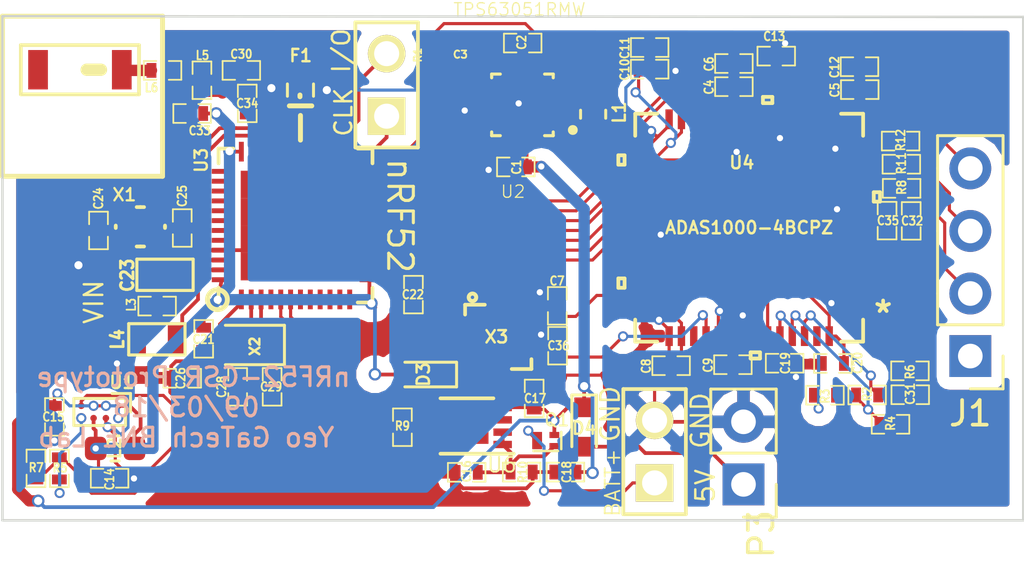
<source format=kicad_pcb>
(kicad_pcb (version 20171130) (host pcbnew "(5.0.0)")
  (layers (0 F.Cu signal) (31 B.Cu signal) (34 B.Paste user) (35 F.Paste user hide) (36 B.SilkS user hide) (37 F.SilkS user) (38 B.Mask user hide) (39 F.Mask user hide) (44 Edge.Cuts user))
  (net 0 "")
  (net 1 /DEC1)
  (net 2 /DEC2)
  (net 3 /RF)
  (net 4 /SWDCLK)
  (net 5 /SWDIO)
  (net 6 "Net-(A1-Pad1)")
  (net 7 "Net-(A1-Pad2)")
  (net 8 "Net-(L3-Pad1)")
  (net 9 "Net-(C30-Pad2)")
  (net 10 "Net-(U3-Pad28)")
  (net 11 "Net-(U3-Pad27)")
  (net 12 "Net-(U3-Pad10)")
  (net 13 "Net-(U3-Pad4)")
  (net 14 "Net-(U3-Pad41)")
  (net 15 "Net-(U3-Pad42)")
  (net 16 "Net-(U3-Pad40)")
  (net 17 "Net-(U3-Pad43)")
  (net 18 "Net-(U3-Pad44)")
  (net 19 "Net-(C23-Pad1)")
  (net 20 "Net-(C24-Pad2)")
  (net 21 "Net-(C25-Pad2)")
  (net 22 "Net-(C28-Pad1)")
  (net 23 "Net-(C29-Pad1)")
  (net 24 "Net-(L4-Pad1)")
  (net 25 "Net-(U3-Pad29)")
  (net 26 "Net-(F1-Pad2)")
  (net 27 /DEC3)
  (net 28 "Net-(U3-Pad37)")
  (net 29 "Net-(U3-Pad38)")
  (net 30 "Net-(U3-Pad39)")
  (net 31 DGND)
  (net 32 /AIN_BAT_DIV_VOLTAGE)
  (net 33 /LOAD_SW_CTRL)
  (net 34 5V_in_charge)
  (net 35 "Net-(D3-Pad1)")
  (net 36 "Net-(R9-Pad1)")
  (net 37 "Net-(U6-Pad7)")
  (net 38 "Net-(U3-Pad11)")
  (net 39 "Net-(U3-Pad12)")
  (net 40 Vcc<BATT>)
  (net 41 3.3V_supply)
  (net 42 "Net-(C3-Pad1)")
  (net 43 1.8V_supply)
  (net 44 "Net-(L1-Pad2)")
  (net 45 "Net-(L1-Pad1)")
  (net 46 "Net-(L2-Pad1)")
  (net 47 BATT_V)
  (net 48 /PG_TPS63051)
  (net 49 "Net-(R5-Pad1)")
  (net 50 /EN_TPS63051)
  (net 51 /ILIM0_TPS63051)
  (net 52 "Net-(U3-Pad7)")
  (net 53 "Net-(U3-Pad8)")
  (net 54 "Net-(U3-Pad9)")
  (net 55 "Net-(C31-Pad1)")
  (net 56 "Net-(C31-Pad2)")
  (net 57 /ADAS_XTAL2)
  (net 58 /e_LA)
  (net 59 /e_LL)
  (net 60 /e_RA)
  (net 61 /RLD_BIAS_ELECTRODE)
  (net 62 "Net-(R2-Pad2)")
  (net 63 "Net-(R3-Pad1)")
  (net 64 /~CS)
  (net 65 /~DRDY)
  (net 66 /SDI)
  (net 67 /SCLK)
  (net 68 /SDO)
  (net 69 /~PWDN)
  (net 70 /~RESET)
  (net 71 /CLK_DSC1001_STANDBY)
  (net 72 "Net-(U4-Pad2)")
  (net 73 "Net-(U4-Pad3)")
  (net 74 "Net-(U4-Pad13)")
  (net 75 "Net-(U4-Pad16)")
  (net 76 "Net-(U4-Pad17)")
  (net 77 "Net-(U4-Pad18)")
  (net 78 "Net-(U4-Pad26)")
  (net 79 "Net-(U4-Pad37)")
  (net 80 /MSDO)
  (net 81 /MSCK)
  (net 82 /~MCS)
  (net 83 "Net-(U4-Pad45)")
  (net 84 "Net-(U4-Pad55)")
  (net 85 "Net-(R8-Pad2)")
  (net 86 "Net-(R11-Pad2)")
  (net 87 "Net-(R12-Pad2)")
  (net 88 /VREF)
  (module footprints:ADAS1000-4BCPZ (layer F.Cu) (at 296.22 134.087609 180)
    (fp_text reference U4 (at 0.3 2.64 180) (layer F.SilkS) (effects (font (size 0.5 0.5) (thickness 0.1))))
    (fp_text value ADAS1000-4BCPZ (at 0 0 180) (layer F.SilkS) (effects (font (size 0.5 0.5) (thickness 0.1))))
    (fp_text user * (at -5.439801 -3.5 180) (layer F.SilkS))
    (pad 1 smd rect (at -4.402399 -3.250001 270) (size 0.3 0.8048) (layers F.Cu F.Paste F.Mask) (net 31 DGND))
    (pad 2 smd rect (at -4.402399 -2.75 270) (size 0.3 0.8048) (layers F.Cu F.Paste F.Mask) (net 72 "Net-(U4-Pad2)"))
    (pad 3 smd rect (at -4.402399 -2.250001 270) (size 0.3 0.8048) (layers F.Cu F.Paste F.Mask) (net 73 "Net-(U4-Pad3)"))
    (pad 4 smd rect (at -4.402399 -1.749999 270) (size 0.3 0.8048) (layers F.Cu F.Paste F.Mask) (net 87 "Net-(R12-Pad2)"))
    (pad 5 smd rect (at -4.402399 -1.25 270) (size 0.3 0.8048) (layers F.Cu F.Paste F.Mask) (net 86 "Net-(R11-Pad2)"))
    (pad 6 smd rect (at -4.402399 -0.750001 270) (size 0.3 0.8048) (layers F.Cu F.Paste F.Mask) (net 85 "Net-(R8-Pad2)"))
    (pad 7 smd rect (at -4.402399 -0.25 270) (size 0.3 0.8048) (layers F.Cu F.Paste F.Mask) (net 88 /VREF))
    (pad 8 smd rect (at -4.402399 0.25 270) (size 0.3 0.8048) (layers F.Cu F.Paste F.Mask) (net 88 /VREF))
    (pad 9 smd rect (at -4.402399 0.750001 270) (size 0.3 0.8048) (layers F.Cu F.Paste F.Mask) (net 31 DGND))
    (pad 10 smd rect (at -4.402399 1.25 270) (size 0.3 0.8048) (layers F.Cu F.Paste F.Mask) (net 85 "Net-(R8-Pad2)"))
    (pad 11 smd rect (at -4.402399 1.749999 270) (size 0.3 0.8048) (layers F.Cu F.Paste F.Mask) (net 86 "Net-(R11-Pad2)"))
    (pad 12 smd rect (at -4.402399 2.250001 270) (size 0.3 0.8048) (layers F.Cu F.Paste F.Mask) (net 87 "Net-(R12-Pad2)"))
    (pad 13 smd rect (at -4.402399 2.75 270) (size 0.3 0.8048) (layers F.Cu F.Paste F.Mask) (net 74 "Net-(U4-Pad13)"))
    (pad 14 smd rect (at -4.402399 3.250001 270) (size 0.3 0.8048) (layers F.Cu F.Paste F.Mask) (net 31 DGND))
    (pad 15 smd rect (at -3.250001 4.402391 180) (size 0.3 0.8048) (layers F.Cu F.Paste F.Mask) (net 41 3.3V_supply))
    (pad 16 smd rect (at -2.75 4.402391 180) (size 0.3 0.8048) (layers F.Cu F.Paste F.Mask) (net 75 "Net-(U4-Pad16)"))
    (pad 17 smd rect (at -2.250001 4.402391 180) (size 0.3 0.8048) (layers F.Cu F.Paste F.Mask) (net 76 "Net-(U4-Pad17)"))
    (pad 18 smd rect (at -1.749999 4.402391 180) (size 0.3 0.8048) (layers F.Cu F.Paste F.Mask) (net 77 "Net-(U4-Pad18)"))
    (pad 19 smd rect (at -1.25 4.402391 180) (size 0.3 0.8048) (layers F.Cu F.Paste F.Mask) (net 31 DGND))
    (pad 20 smd rect (at -0.750001 4.402391 180) (size 0.3 0.8048) (layers F.Cu F.Paste F.Mask) (net 41 3.3V_supply))
    (pad 21 smd rect (at -0.25 4.402391 180) (size 0.3 0.8048) (layers F.Cu F.Paste F.Mask) (net 31 DGND))
    (pad 22 smd rect (at 0.25 4.402391 180) (size 0.3 0.8048) (layers F.Cu F.Paste F.Mask) (net 31 DGND))
    (pad 23 smd rect (at 0.750001 4.402391 180) (size 0.3 0.8048) (layers F.Cu F.Paste F.Mask) (net 43 1.8V_supply))
    (pad 24 smd rect (at 1.25 4.402391 180) (size 0.3 0.8048) (layers F.Cu F.Paste F.Mask) (net 70 /~RESET))
    (pad 25 smd rect (at 1.749999 4.402391 180) (size 0.3 0.8048) (layers F.Cu F.Paste F.Mask) (net 69 /~PWDN))
    (pad 26 smd rect (at 2.250001 4.402391 180) (size 0.3 0.8048) (layers F.Cu F.Paste F.Mask) (net 78 "Net-(U4-Pad26)"))
    (pad 27 smd rect (at 2.75 4.402391 180) (size 0.3 0.8048) (layers F.Cu F.Paste F.Mask) (net 43 1.8V_supply))
    (pad 28 smd rect (at 3.250001 4.402391 180) (size 0.3 0.8048) (layers F.Cu F.Paste F.Mask) (net 31 DGND))
    (pad 29 smd rect (at 4.402399 3.250001 270) (size 0.3 0.8048) (layers F.Cu F.Paste F.Mask) (net 31 DGND))
    (pad 30 smd rect (at 4.402399 2.75 270) (size 0.3 0.8048) (layers F.Cu F.Paste F.Mask) (net 43 1.8V_supply))
    (pad 31 smd rect (at 4.402399 2.250001 270) (size 0.3 0.8048) (layers F.Cu F.Paste F.Mask) (net 68 /SDO))
    (pad 32 smd rect (at 4.402399 1.749999 270) (size 0.3 0.8048) (layers F.Cu F.Paste F.Mask) (net 67 /SCLK))
    (pad 33 smd rect (at 4.402399 1.25 270) (size 0.3 0.8048) (layers F.Cu F.Paste F.Mask) (net 66 /SDI))
    (pad 34 smd rect (at 4.402399 0.750001 270) (size 0.3 0.8048) (layers F.Cu F.Paste F.Mask) (net 65 /~DRDY))
    (pad 35 smd rect (at 4.402399 0.25 270) (size 0.3 0.8048) (layers F.Cu F.Paste F.Mask) (net 64 /~CS))
    (pad 36 smd rect (at 4.402399 -0.25 270) (size 0.3 0.8048) (layers F.Cu F.Paste F.Mask) (net 31 DGND))
    (pad 37 smd rect (at 4.402399 -0.750001 270) (size 0.3 0.8048) (layers F.Cu F.Paste F.Mask) (net 79 "Net-(U4-Pad37)"))
    (pad 38 smd rect (at 4.402399 -1.25 270) (size 0.3 0.8048) (layers F.Cu F.Paste F.Mask) (net 80 /MSDO))
    (pad 39 smd rect (at 4.402399 -1.749999 270) (size 0.3 0.8048) (layers F.Cu F.Paste F.Mask) (net 81 /MSCK))
    (pad 40 smd rect (at 4.402399 -2.250001 270) (size 0.3 0.8048) (layers F.Cu F.Paste F.Mask) (net 82 /~MCS))
    (pad 41 smd rect (at 4.402399 -2.75 270) (size 0.3 0.8048) (layers F.Cu F.Paste F.Mask) (net 43 1.8V_supply))
    (pad 42 smd rect (at 4.402399 -3.250001 270) (size 0.3 0.8048) (layers F.Cu F.Paste F.Mask) (net 31 DGND))
    (pad 43 smd rect (at 3.250001 -4.402391 180) (size 0.3 0.8048) (layers F.Cu F.Paste F.Mask) (net 31 DGND))
    (pad 44 smd rect (at 2.75 -4.402391 180) (size 0.3 0.8048) (layers F.Cu F.Paste F.Mask) (net 43 1.8V_supply))
    (pad 45 smd rect (at 2.250001 -4.402391 180) (size 0.3 0.8048) (layers F.Cu F.Paste F.Mask) (net 83 "Net-(U4-Pad45)"))
    (pad 46 smd rect (at 1.749999 -4.402391 180) (size 0.3 0.8048) (layers F.Cu F.Paste F.Mask) (net 57 /ADAS_XTAL2))
    (pad 47 smd rect (at 1.25 -4.402391 180) (size 0.3 0.8048) (layers F.Cu F.Paste F.Mask) (net 31 DGND))
    (pad 48 smd rect (at 0.750001 -4.402391 180) (size 0.3 0.8048) (layers F.Cu F.Paste F.Mask) (net 43 1.8V_supply))
    (pad 49 smd rect (at 0.25 -4.402391 180) (size 0.3 0.8048) (layers F.Cu F.Paste F.Mask) (net 31 DGND))
    (pad 50 smd rect (at -0.25 -4.402391 180) (size 0.3 0.8048) (layers F.Cu F.Paste F.Mask) (net 31 DGND))
    (pad 51 smd rect (at -0.750001 -4.402391 180) (size 0.3 0.8048) (layers F.Cu F.Paste F.Mask) (net 41 3.3V_supply))
    (pad 52 smd rect (at -1.25 -4.402391 180) (size 0.3 0.8048) (layers F.Cu F.Paste F.Mask) (net 63 "Net-(R3-Pad1)"))
    (pad 53 smd rect (at -1.749999 -4.402391 180) (size 0.3 0.8048) (layers F.Cu F.Paste F.Mask) (net 62 "Net-(R2-Pad2)"))
    (pad 54 smd rect (at -2.250001 -4.402391 180) (size 0.3 0.8048) (layers F.Cu F.Paste F.Mask) (net 56 "Net-(C31-Pad2)"))
    (pad 55 smd rect (at -2.75 -4.402391 180) (size 0.3 0.8048) (layers F.Cu F.Paste F.Mask) (net 84 "Net-(U4-Pad55)"))
    (pad 56 smd rect (at -3.250001 -4.402391 180) (size 0.3 0.8048) (layers F.Cu F.Paste F.Mask) (net 41 3.3V_supply))
  )
  (module SM0402 (layer F.Cu) (at 302.37 130.57 180)
    (fp_text reference R12 (at 0 0.04 270) (layer F.SilkS) (effects (font (size 0.35052 0.3048) (thickness 0.07112))))
    (fp_text value 30k hide)
    (pad 2 smd rect (at 0.44958 0 180) (size 0.39878 0.59944) (layers F.Cu F.Paste F.Mask) (net 87 "Net-(R12-Pad2)"))
    (pad 1 smd rect (at -0.44958 0 180) (size 0.39878 0.59944) (layers F.Cu F.Paste F.Mask) (net 60 /e_RA))
  )
  (module SM0402 (layer F.Cu) (at 302.4 131.51 180)
    (fp_text reference R11 (at 0 0.04 270) (layer F.SilkS) (effects (font (size 0.35052 0.3048) (thickness 0.07112))))
    (fp_text value 30k hide)
    (pad 1 smd rect (at -0.44958 0 180) (size 0.39878 0.59944) (layers F.Cu F.Paste F.Mask) (net 59 /e_LL))
    (pad 2 smd rect (at 0.44958 0 180) (size 0.39878 0.59944) (layers F.Cu F.Paste F.Mask) (net 86 "Net-(R11-Pad2)"))
  )
  (module SM0402 (layer F.Cu) (at 302.41042 132.49 180)
    (fp_text reference R8 (at 0 0.04 270) (layer F.SilkS) (effects (font (size 0.35052 0.3048) (thickness 0.07112))))
    (fp_text value 30k hide)
    (pad 2 smd rect (at 0.44958 0 180) (size 0.39878 0.59944) (layers F.Cu F.Paste F.Mask) (net 85 "Net-(R8-Pad2)"))
    (pad 1 smd rect (at -0.44958 0 180) (size 0.39878 0.59944) (layers F.Cu F.Paste F.Mask) (net 58 /e_LA))
  )
  (module SM0402 (layer F.Cu) (at 302.76 140.87 180)
    (fp_text reference C31 (at 0 0.04 270) (layer F.SilkS) (effects (font (size 0.35052 0.3048) (thickness 0.07112))))
    (fp_text value "2.2 nF" hide)
    (pad 2 smd rect (at 0.44958 0 180) (size 0.39878 0.59944) (layers F.Cu F.Paste F.Mask) (net 56 "Net-(C31-Pad2)"))
    (pad 1 smd rect (at -0.44958 0 180) (size 0.39878 0.59944) (layers F.Cu F.Paste F.Mask) (net 55 "Net-(C31-Pad1)"))
  )
  (module SM0402 (layer F.Cu) (at 299.62 139.6)
    (fp_text reference C20 (at 1.01 -0.02 90) (layer F.SilkS) (effects (font (size 0.35052 0.3048) (thickness 0.07112))))
    (fp_text value 0.1uF hide)
    (pad 1 smd rect (at -0.44958 0) (size 0.39878 0.59944) (layers F.Cu F.Paste F.Mask) (net 31 DGND))
    (pad 2 smd rect (at 0.44958 0) (size 0.39878 0.59944) (layers F.Cu F.Paste F.Mask) (net 41 3.3V_supply))
  )
  (module SM0402 (layer F.Cu) (at 297.65958 139.59 180)
    (fp_text reference C19 (at -0.03042 0 270) (layer F.SilkS) (effects (font (size 0.35052 0.3048) (thickness 0.07112))))
    (fp_text value 0.1uF hide)
    (pad 2 smd rect (at 0.44958 0 180) (size 0.39878 0.59944) (layers F.Cu F.Paste F.Mask) (net 41 3.3V_supply))
    (pad 1 smd rect (at -0.44958 0 180) (size 0.39878 0.59944) (layers F.Cu F.Paste F.Mask) (net 31 DGND))
  )
  (module SM0402 (layer F.Cu) (at 295.56 139.65 180)
    (fp_text reference C9 (at 1.01 -0.02 270) (layer F.SilkS) (effects (font (size 0.35052 0.3048) (thickness 0.07112))))
    (fp_text value 0.1uF hide)
    (pad 1 smd rect (at -0.44958 0 180) (size 0.39878 0.59944) (layers F.Cu F.Paste F.Mask) (net 31 DGND))
    (pad 2 smd rect (at 0.44958 0 180) (size 0.39878 0.59944) (layers F.Cu F.Paste F.Mask) (net 43 1.8V_supply))
  )
  (module SM0402 (layer F.Cu) (at 293.05042 139.69)
    (fp_text reference C8 (at -1.01042 0.02 90) (layer F.SilkS) (effects (font (size 0.35052 0.3048) (thickness 0.07112))))
    (fp_text value 0.1uF hide)
    (pad 2 smd rect (at 0.44958 0) (size 0.39878 0.59944) (layers F.Cu F.Paste F.Mask) (net 43 1.8V_supply))
    (pad 1 smd rect (at -0.44958 0) (size 0.39878 0.59944) (layers F.Cu F.Paste F.Mask) (net 31 DGND))
  )
  (module SM0402 (layer F.Cu) (at 300.7 127.55 180)
    (fp_text reference C12 (at 1.01 -0.02 270) (layer F.SilkS) (effects (font (size 0.35052 0.3048) (thickness 0.07112))))
    (fp_text value 0.1uF hide)
    (pad 2 smd rect (at 0.44958 0 180) (size 0.39878 0.59944) (layers F.Cu F.Paste F.Mask) (net 41 3.3V_supply))
    (pad 1 smd rect (at -0.44958 0 180) (size 0.39878 0.59944) (layers F.Cu F.Paste F.Mask) (net 31 DGND))
  )
  (module SM0402 (layer F.Cu) (at 297.31958 127.12 180)
    (fp_text reference C13 (at 0.07958 0.8) (layer F.SilkS) (effects (font (size 0.35052 0.3048) (thickness 0.07112))))
    (fp_text value 0.1uF hide)
    (pad 1 smd rect (at -0.44958 0 180) (size 0.39878 0.59944) (layers F.Cu F.Paste F.Mask) (net 31 DGND))
    (pad 2 smd rect (at 0.44958 0 180) (size 0.39878 0.59944) (layers F.Cu F.Paste F.Mask) (net 41 3.3V_supply))
  )
  (module SM0402 (layer F.Cu) (at 295.60042 127.42 180)
    (fp_text reference C6 (at 1.01 -0.02 270) (layer F.SilkS) (effects (font (size 0.35052 0.3048) (thickness 0.07112))))
    (fp_text value 0.1uF hide)
    (pad 2 smd rect (at 0.44958 0 180) (size 0.39878 0.59944) (layers F.Cu F.Paste F.Mask) (net 43 1.8V_supply))
    (pad 1 smd rect (at -0.44958 0 180) (size 0.39878 0.59944) (layers F.Cu F.Paste F.Mask) (net 31 DGND))
  )
  (module SM0402 (layer F.Cu) (at 300.71042 128.48 180)
    (fp_text reference C5 (at 1.01 -0.02 270) (layer F.SilkS) (effects (font (size 0.35052 0.3048) (thickness 0.07112))))
    (fp_text value 4.7uF hide)
    (pad 1 smd rect (at -0.44958 0 180) (size 0.39878 0.59944) (layers F.Cu F.Paste F.Mask) (net 31 DGND))
    (pad 2 smd rect (at 0.44958 0 180) (size 0.39878 0.59944) (layers F.Cu F.Paste F.Mask) (net 41 3.3V_supply))
  )
  (module SM0402 (layer F.Cu) (at 288.43 137.26 270)
    (fp_text reference C7 (at -1.01 0.01) (layer F.SilkS) (effects (font (size 0.35052 0.3048) (thickness 0.07112))))
    (fp_text value 0.1uF hide)
    (pad 1 smd rect (at -0.44958 0 270) (size 0.39878 0.59944) (layers F.Cu F.Paste F.Mask) (net 31 DGND))
    (pad 2 smd rect (at 0.44958 0 270) (size 0.39878 0.59944) (layers F.Cu F.Paste F.Mask) (net 43 1.8V_supply))
  )
  (module SM0402 (layer F.Cu) (at 292.18042 126.77 180)
    (fp_text reference C11 (at 1.01 -0.02 270) (layer F.SilkS) (effects (font (size 0.35052 0.3048) (thickness 0.07112))))
    (fp_text value 0.1uF hide)
    (pad 2 smd rect (at 0.44958 0 180) (size 0.39878 0.59944) (layers F.Cu F.Paste F.Mask) (net 43 1.8V_supply))
    (pad 1 smd rect (at -0.44958 0 180) (size 0.39878 0.59944) (layers F.Cu F.Paste F.Mask) (net 31 DGND))
  )
  (module SM0402 (layer F.Cu) (at 301.96 142.07 180)
    (fp_text reference R4 (at 0 0.04 270) (layer F.SilkS) (effects (font (size 0.35052 0.3048) (thickness 0.07112))))
    (fp_text value 100k hide)
    (pad 2 smd rect (at 0.44958 0 180) (size 0.39878 0.59944) (layers F.Cu F.Paste F.Mask) (net 62 "Net-(R2-Pad2)"))
    (pad 1 smd rect (at -0.44958 0 180) (size 0.39878 0.59944) (layers F.Cu F.Paste F.Mask) (net 55 "Net-(C31-Pad1)"))
  )
  (module SM0402 (layer F.Cu) (at 301.01 140.88 180)
    (fp_text reference R2 (at 0 0.04 270) (layer F.SilkS) (effects (font (size 0.35052 0.3048) (thickness 0.07112))))
    (fp_text value 4M hide)
    (pad 1 smd rect (at -0.44958 0 180) (size 0.39878 0.59944) (layers F.Cu F.Paste F.Mask) (net 56 "Net-(C31-Pad2)"))
    (pad 2 smd rect (at 0.44958 0 180) (size 0.39878 0.59944) (layers F.Cu F.Paste F.Mask) (net 62 "Net-(R2-Pad2)"))
  )
  (module SM0402 (layer F.Cu) (at 292.18 127.65 180)
    (fp_text reference C10 (at 1.01 -0.02 270) (layer F.SilkS) (effects (font (size 0.35052 0.3048) (thickness 0.07112))))
    (fp_text value 0.1uF hide)
    (pad 1 smd rect (at -0.44958 0 180) (size 0.39878 0.59944) (layers F.Cu F.Paste F.Mask) (net 31 DGND))
    (pad 2 smd rect (at 0.44958 0 180) (size 0.39878 0.59944) (layers F.Cu F.Paste F.Mask) (net 43 1.8V_supply))
  )
  (module SM0402 (layer F.Cu) (at 295.60042 128.36 180)
    (fp_text reference C4 (at 1.01 -0.02 270) (layer F.SilkS) (effects (font (size 0.35052 0.3048) (thickness 0.07112))))
    (fp_text value 4.7uF hide)
    (pad 2 smd rect (at 0.44958 0 180) (size 0.39878 0.59944) (layers F.Cu F.Paste F.Mask) (net 43 1.8V_supply))
    (pad 1 smd rect (at -0.44958 0 180) (size 0.39878 0.59944) (layers F.Cu F.Paste F.Mask) (net 31 DGND))
  )
  (module SM0402 (layer F.Cu) (at 288.44 138.87958 90)
    (fp_text reference C36 (at 0 0.04 180) (layer F.SilkS) (effects (font (size 0.35052 0.3048) (thickness 0.07112))))
    (fp_text value 15pF hide)
    (pad 1 smd rect (at -0.44958 0 90) (size 0.39878 0.59944) (layers F.Cu F.Paste F.Mask) (net 57 /ADAS_XTAL2))
    (pad 2 smd rect (at 0.44958 0 90) (size 0.39878 0.59944) (layers F.Cu F.Paste F.Mask) (net 31 DGND))
  )
  (module SM0402 (layer F.Cu) (at 302.74958 139.9)
    (fp_text reference R6 (at 0 0.04 90) (layer F.SilkS) (effects (font (size 0.35052 0.3048) (thickness 0.07112))))
    (fp_text value 30k hide)
    (pad 1 smd rect (at -0.44958 0) (size 0.39878 0.59944) (layers F.Cu F.Paste F.Mask) (net 56 "Net-(C31-Pad2)"))
    (pad 2 smd rect (at 0.44958 0) (size 0.39878 0.59944) (layers F.Cu F.Paste F.Mask) (net 61 /RLD_BIAS_ELECTRODE))
  )
  (module SM0402 (layer F.Cu) (at 299.29958 140.89)
    (fp_text reference R3 (at 0 0.04 90) (layer F.SilkS) (effects (font (size 0.35052 0.3048) (thickness 0.07112))))
    (fp_text value 40k hide)
    (pad 2 smd rect (at 0.44958 0) (size 0.39878 0.59944) (layers F.Cu F.Paste F.Mask) (net 62 "Net-(R2-Pad2)"))
    (pad 1 smd rect (at -0.44958 0) (size 0.39878 0.59944) (layers F.Cu F.Paste F.Mask) (net 63 "Net-(R3-Pad1)"))
  )
  (module SM0402 (layer F.Cu) (at 302.8 133.81042 90)
    (fp_text reference C32 (at 0 0.04 180) (layer F.SilkS) (effects (font (size 0.35052 0.3048) (thickness 0.07112))))
    (fp_text value 0.1uF hide)
    (pad 1 smd rect (at -0.44958 0 90) (size 0.39878 0.59944) (layers F.Cu F.Paste F.Mask) (net 88 /VREF))
    (pad 2 smd rect (at 0.44958 0 90) (size 0.39878 0.59944) (layers F.Cu F.Paste F.Mask) (net 31 DGND))
  )
  (module SM0402 (layer F.Cu) (at 301.82 133.80042 90)
    (fp_text reference C35 (at 0 0.04 180) (layer F.SilkS) (effects (font (size 0.35052 0.3048) (thickness 0.07112))))
    (fp_text value 10uF hide)
    (pad 2 smd rect (at 0.44958 0 90) (size 0.39878 0.59944) (layers F.Cu F.Paste F.Mask) (net 31 DGND))
    (pad 1 smd rect (at -0.44958 0 90) (size 0.39878 0.59944) (layers F.Cu F.Paste F.Mask) (net 88 /VREF))
  )
  (module SM0402 (layer F.Cu) (at 268.01 141.77042 270)
    (fp_text reference C15 (at 0 0.04) (layer F.SilkS) (effects (font (size 0.35052 0.3048) (thickness 0.07112))))
    (fp_text value 10uF hide)
    (pad 1 smd rect (at -0.44958 0 270) (size 0.39878 0.59944) (layers F.Cu F.Paste F.Mask) (net 40 Vcc<BATT>))
    (pad 2 smd rect (at 0.44958 0 270) (size 0.39878 0.59944) (layers F.Cu F.Paste F.Mask) (net 31 DGND))
  )
  (module SM0402 (layer F.Cu) (at 286.744833 131.619981 180)
    (fp_text reference C1 (at -0.03 -0.01 270) (layer F.SilkS) (effects (font (size 0.35052 0.3048) (thickness 0.07112))))
    (fp_text value 10µF hide)
    (pad 1 smd rect (at -0.44958 0 180) (size 0.39878 0.59944) (layers F.Cu F.Paste F.Mask) (net 40 Vcc<BATT>))
    (pad 2 smd rect (at 0.44958 0 180) (size 0.39878 0.59944) (layers F.Cu F.Paste F.Mask) (net 31 DGND))
  )
  (module Pin_Headers:Pin_Header_Straight_1x02_Pitch2.54mm (layer F.Cu) (at 295.99 144.51 180)
    (fp_text reference P3 (at -0.72 -2.02 270) (layer F.SilkS))
    (fp_text value Conn_01x02_Male)
    (pad 1 thru_hole rect (at 0 0 180) (size 1.7 1.7) (drill 1) (layers *.Cu *.Mask) (net 34 5V_in_charge))
    (pad 2 thru_hole oval (at 0 2.54 180) (size 1.7 1.7) (drill 1) (layers *.Cu *.Mask) (net 31 DGND))
  )
  (module SM0402 (layer F.Cu) (at 268.21 143.86042 90)
    (fp_text reference R5 (at 0.02 0.03 180) (layer F.SilkS) (effects (font (size 0.35052 0.3048) (thickness 0.07112))))
    (fp_text value 1M hide)
    (pad 1 smd rect (at -0.44958 0 90) (size 0.39878 0.59944) (layers F.Cu F.Paste F.Mask) (net 49 "Net-(R5-Pad1)"))
    (pad 2 smd rect (at 0.44958 0 90) (size 0.39878 0.59944) (layers F.Cu F.Paste F.Mask) (net 32 /AIN_BAT_DIV_VOLTAGE))
  )
  (module LEDs:LED_0603 (layer F.Cu) (at 289.52 142.18 270)
    (fp_text reference D4 (at 0.05 0) (layer F.SilkS) (effects (font (size 0.5 0.5) (thickness 0.1))))
    (fp_text value D_Schottky)
    (pad 2 smd rect (at 0.8 0 90) (size 0.8 0.8) (layers F.Cu F.Paste F.Mask) (net 34 5V_in_charge))
    (pad 1 smd rect (at -0.8 0 90) (size 0.8 0.8) (layers F.Cu F.Paste F.Mask) (net 40 Vcc<BATT>))
  )
  (module SM0402 (layer F.Cu) (at 288.76 144.01)
    (fp_text reference C18 (at 0.05 0 90) (layer F.SilkS) (effects (font (size 0.35052 0.3048) (thickness 0.07112))))
    (fp_text value 1.0uF hide)
    (pad 1 smd rect (at -0.44958 0) (size 0.39878 0.59944) (layers F.Cu F.Paste F.Mask) (net 31 DGND))
    (pad 2 smd rect (at 0.44958 0) (size 0.39878 0.59944) (layers F.Cu F.Paste F.Mask) (net 40 Vcc<BATT>))
  )
  (module SM0402 (layer F.Cu) (at 286.98 144.01)
    (fp_text reference R10 (at 0.05 0 90) (layer F.SilkS) (effects (font (size 0.35052 0.3048) (thickness 0.07112))))
    (fp_text value 100k hide)
    (pad 1 smd rect (at -0.44958 0) (size 0.39878 0.59944) (layers F.Cu F.Paste F.Mask) (net 34 5V_in_charge))
    (pad 2 smd rect (at 0.44958 0) (size 0.39878 0.59944) (layers F.Cu F.Paste F.Mask) (net 31 DGND))
  )
  (module SM0402 (layer F.Cu) (at 284.75 144.02 180)
    (fp_text reference C16 (at 0 0.04 270) (layer F.SilkS) (effects (font (size 0.35052 0.3048) (thickness 0.07112))))
    (fp_text value 4.7uF hide)
    (pad 1 smd rect (at -0.44958 0 180) (size 0.39878 0.59944) (layers F.Cu F.Paste F.Mask) (net 34 5V_in_charge))
    (pad 2 smd rect (at 0.44958 0 180) (size 0.39878 0.59944) (layers F.Cu F.Paste F.Mask) (net 31 DGND))
  )
  (module SM0402 (layer F.Cu) (at 282.14 142.19 90)
    (fp_text reference R9 (at 0.05 0 180) (layer F.SilkS) (effects (font (size 0.35052 0.3048) (thickness 0.07112))))
    (fp_text value 2k hide)
    (pad 1 smd rect (at -0.44958 0 90) (size 0.39878 0.59944) (layers F.Cu F.Paste F.Mask) (net 36 "Net-(R9-Pad1)"))
    (pad 2 smd rect (at 0.44958 0 90) (size 0.39878 0.59944) (layers F.Cu F.Paste F.Mask) (net 31 DGND))
  )
  (module SM0402 (layer F.Cu) (at 287.49 141.02 90)
    (fp_text reference C17 (at 0 0.04 180) (layer F.SilkS) (effects (font (size 0.35052 0.3048) (thickness 0.07112))))
    (fp_text value 4.7uF hide)
    (pad 1 smd rect (at -0.44958 0 90) (size 0.39878 0.59944) (layers F.Cu F.Paste F.Mask) (net 40 Vcc<BATT>))
    (pad 2 smd rect (at 0.44958 0 90) (size 0.39878 0.59944) (layers F.Cu F.Paste F.Mask) (net 31 DGND))
  )
  (module LEDs:LED_0603 (layer F.Cu) (at 283.04 140.05 180)
    (fp_text reference D3 (at 0.05 0 270) (layer F.SilkS) (effects (font (size 0.5 0.5) (thickness 0.1))))
    (fp_text value LED)
    (pad 2 smd rect (at 0.8 0) (size 0.8 0.8) (layers F.Cu F.Paste F.Mask) (net 43 1.8V_supply))
    (pad 1 smd rect (at -0.8 0) (size 0.8 0.8) (layers F.Cu F.Paste F.Mask) (net 35 "Net-(D3-Pad1)"))
  )
  (module SM0402 (layer F.Cu) (at 282.5874 136.8048 270)
    (fp_text reference C22 (at 0 0.02) (layer F.SilkS) (effects (font (size 0.35052 0.3048) (thickness 0.07112))))
    (fp_text value 100nF hide)
    (pad 1 smd rect (at -0.44958 0 270) (size 0.39878 0.59944) (layers F.Cu F.Paste F.Mask) (net 43 1.8V_supply))
    (pad 2 smd rect (at 0.44958 0 270) (size 0.39878 0.59944) (layers F.Cu F.Paste F.Mask) (net 31 DGND))
  )
  (module SM0402 (layer F.Cu) (at 267.26 143.86042 270)
    (fp_text reference R7 (at -0.03 -0.01) (layer F.SilkS) (effects (font (size 0.35052 0.3048) (thickness 0.07112))))
    (fp_text value 1M hide)
    (pad 1 smd rect (at -0.44958 0 270) (size 0.39878 0.59944) (layers F.Cu F.Paste F.Mask) (net 31 DGND))
    (pad 2 smd rect (at 0.44958 0 270) (size 0.39878 0.59944) (layers F.Cu F.Paste F.Mask) (net 32 /AIN_BAT_DIV_VOLTAGE))
  )
  (module SM0402 (layer F.Cu) (at 270.25 144.26)
    (fp_text reference C14 (at 0 0.04 90) (layer F.SilkS) (effects (font (size 0.35052 0.3048) (thickness 0.07112))))
    (fp_text value 10uF hide)
    (pad 1 smd rect (at -0.44958 0) (size 0.39878 0.59944) (layers F.Cu F.Paste F.Mask) (net 43 1.8V_supply))
    (pad 2 smd rect (at 0.44958 0) (size 0.39878 0.59944) (layers F.Cu F.Paste F.Mask) (net 31 DGND))
  )
  (module SM0402 (layer F.Cu) (at 274.07 138.6 90)
    (fp_text reference C21 (at -0.02 0 180) (layer F.SilkS) (effects (font (size 0.35052 0.3048) (thickness 0.07112))))
    (fp_text value 4.7µF hide)
    (pad 1 smd rect (at -0.44958 0 90) (size 0.39878 0.59944) (layers F.Cu F.Paste F.Mask) (net 31 DGND))
    (pad 2 smd rect (at 0.44958 0 90) (size 0.39878 0.59944) (layers F.Cu F.Paste F.Mask) (net 43 1.8V_supply))
  )
  (module Resistors_SMD:R_0402 (layer F.Cu) (at 278 128.5 90)
    (fp_text reference F1 (at 1.4 0.01 180) (layer F.SilkS) (effects (font (size 0.5 0.5) (thickness 0.1))))
    (fp_text value 2450FM07A0029)
    (pad 1 smd rect (at 0 0.3265 90) (size 0.3 0.7) (layers F.Cu F.Paste F.Mask) (net 31 DGND))
    (pad 2 smd rect (at -0.6125 0 90) (size 0.6 0.6) (layers F.Cu F.Paste F.Mask) (net 26 "Net-(F1-Pad2)"))
    (pad 4 smd rect (at 0.6125 0 90) (size 0.6 0.6) (layers F.Cu F.Paste F.Mask) (net 3 /RF))
    (pad 3 smd rect (at 0 -0.3625 90) (size 0.3 0.7) (layers F.Cu F.Paste F.Mask) (net 31 DGND))
  )
  (module SM0402 (layer F.Cu) (at 275.84 129.04 90)
    (fp_text reference C34 (at 0 0 180) (layer F.SilkS) (effects (font (size 0.35052 0.3048) (thickness 0.07112))))
    (fp_text value 100pF hide)
    (pad 1 smd rect (at -0.44958 0 90) (size 0.39878 0.59944) (layers F.Cu F.Paste F.Mask) (net 27 /DEC3))
    (pad 2 smd rect (at 0.44958 0 90) (size 0.39878 0.59944) (layers F.Cu F.Paste F.Mask) (net 31 DGND))
  )
  (module SM0402 (layer F.Cu) (at 273.6 129.45)
    (fp_text reference C33 (at 0.31 0.7) (layer F.SilkS) (effects (font (size 0.35052 0.3048) (thickness 0.07112))))
    (fp_text value 100nF hide)
    (pad 1 smd rect (at -0.44958 0) (size 0.39878 0.59944) (layers F.Cu F.Paste F.Mask) (net 31 DGND))
    (pad 2 smd rect (at 0.44958 0) (size 0.39878 0.59944) (layers F.Cu F.Paste F.Mask) (net 43 1.8V_supply))
  )
  (module PIN_ARRAY_2X1 (layer F.Cu) (at 281.5 128.29 90)
    (fp_text reference P2 hide)
    (fp_text value Conn_01x02_Male hide)
    (pad 1 thru_hole rect (at -1.27 0 90) (size 1.524 1.524) (drill 1.016) (layers *.Cu *.Mask F.SilkS) (net 4 /SWDCLK))
    (pad 2 thru_hole circle (at 1.27 0 90) (size 1.524 1.524) (drill 1.016) (layers *.Cu *.Mask F.SilkS) (net 5 /SWDIO))
  )
  (module SM0402 (layer F.Cu) (at 287.024413 126.589981 180)
    (fp_text reference C2 (at 0.04 0.03 90) (layer F.SilkS) (effects (font (size 0.35052 0.3048) (thickness 0.07112))))
    (fp_text value 22µF hide)
    (pad 1 smd rect (at -0.44958 0 180) (size 0.39878 0.59944) (layers F.Cu F.Paste F.Mask) (net 41 3.3V_supply))
    (pad 2 smd rect (at 0.44958 0 180) (size 0.39878 0.59944) (layers F.Cu F.Paste F.Mask) (net 31 DGND))
  )
  (module PIN_ARRAY_2X1 (layer F.Cu) (at 292.38 143.18 90)
    (fp_text reference P1 hide)
    (fp_text value Conn_01x02_Male hide)
    (pad 1 thru_hole rect (at -1.27 0 90) (size 1.524 1.524) (drill 1.016) (layers *.Cu *.Mask F.SilkS) (net 47 BATT_V))
    (pad 2 thru_hole circle (at 1.27 0 90) (size 1.524 1.524) (drill 1.016) (layers *.Cu *.Mask F.SilkS) (net 31 DGND))
  )
  (module SM0603 (layer F.Cu) (at 272.17 138.62 180)
    (fp_text reference L4 (at 1.6 0 270) (layer F.SilkS) (effects (font (size 0.508 0.4572) (thickness 0.1143))))
    (fp_text value 10uH hide)
    (pad 1 smd rect (at -0.762 0 180) (size 0.635 1.143) (layers F.Cu F.Paste F.Mask) (net 24 "Net-(L4-Pad1)"))
    (pad 2 smd rect (at 0.762 0 180) (size 0.635 1.143) (layers F.Cu F.Paste F.Mask) (net 8 "Net-(L3-Pad1)"))
  )
  (module CRYSTAL-SMD-2.0MMx1.6MM (layer F.Cu) (at 271.5 134.05)
    (fp_text reference X1 (at -0.65 -1.3) (layer F.SilkS) (effects (font (size 0.5 0.5) (thickness 0.092))))
    (fp_text value Crystal_GND24 hide)
    (pad 4 smd rect (at -0.7 -0.55) (size 0.9 0.8) (layers F.Cu F.Paste F.Mask) (net 31 DGND))
    (pad 3 smd rect (at 0.7 -0.55) (size 0.9 0.8) (layers F.Cu F.Paste F.Mask) (net 21 "Net-(C25-Pad2)"))
    (pad 1 smd rect (at -0.7 0.55) (size 0.9 0.8) (layers F.Cu F.Paste F.Mask) (net 20 "Net-(C24-Pad2)"))
    (pad 2 smd rect (at 0.7 0.55) (size 0.9 0.8) (layers F.Cu F.Paste F.Mask) (net 31 DGND))
  )
  (module SM0402 (layer F.Cu) (at 275.45 140.55 270)
    (fp_text reference C28 (at 0 0.65 90) (layer F.SilkS) (effects (font (size 0.35052 0.3048) (thickness 0.07112))))
    (fp_text value 12pF hide)
    (pad 1 smd rect (at -0.44958 0 270) (size 0.39878 0.59944) (layers F.Cu F.Paste F.Mask) (net 22 "Net-(C28-Pad1)"))
    (pad 2 smd rect (at 0.44958 0 270) (size 0.39878 0.59944) (layers F.Cu F.Paste F.Mask) (net 31 DGND))
  )
  (module SM0402 (layer F.Cu) (at 273.2 140.2 180)
    (fp_text reference C26 (at 0.06 0 270) (layer F.SilkS) (effects (font (size 0.35052 0.3048) (thickness 0.07112))))
    (fp_text value 100nF hide)
    (pad 1 smd rect (at -0.44958 0 180) (size 0.39878 0.59944) (layers F.Cu F.Paste F.Mask) (net 1 /DEC1))
    (pad 2 smd rect (at 0.44958 0 180) (size 0.39878 0.59944) (layers F.Cu F.Paste F.Mask) (net 31 DGND))
  )
  (module SM0402 (layer F.Cu) (at 269.8 134.2 270)
    (fp_text reference C24 (at -1.3 0 270) (layer F.SilkS) (effects (font (size 0.35052 0.3048) (thickness 0.07112))))
    (fp_text value 12pF hide)
    (pad 1 smd rect (at -0.44958 0 270) (size 0.39878 0.59944) (layers F.Cu F.Paste F.Mask) (net 31 DGND))
    (pad 2 smd rect (at 0.44958 0 270) (size 0.39878 0.59944) (layers F.Cu F.Paste F.Mask) (net 20 "Net-(C24-Pad2)"))
  )
  (module SM0402 (layer F.Cu) (at 273.2 134.1 90)
    (fp_text reference C25 (at 1.3 0 90) (layer F.SilkS) (effects (font (size 0.35052 0.3048) (thickness 0.07112))))
    (fp_text value 12pF hide)
    (pad 1 smd rect (at -0.44958 0 90) (size 0.39878 0.59944) (layers F.Cu F.Paste F.Mask) (net 31 DGND))
    (pad 2 smd rect (at 0.44958 0 90) (size 0.39878 0.59944) (layers F.Cu F.Paste F.Mask) (net 21 "Net-(C25-Pad2)"))
  )
  (module SM0402 (layer F.Cu) (at 276.85 140.55 270)
    (fp_text reference C29 (at 0 0.04 180) (layer F.SilkS) (effects (font (size 0.35052 0.3048) (thickness 0.07112))))
    (fp_text value 12pF hide)
    (pad 1 smd rect (at -0.44958 0 270) (size 0.39878 0.59944) (layers F.Cu F.Paste F.Mask) (net 23 "Net-(C29-Pad1)"))
    (pad 2 smd rect (at 0.44958 0 270) (size 0.39878 0.59944) (layers F.Cu F.Paste F.Mask) (net 31 DGND))
  )
  (module JTI-2450AT18A100-CHIP-ANT (layer F.Cu) (at 269.045 127.673 180)
    (fp_text reference A1 hide)
    (fp_text value CHIP-ANT hide)
    (pad 1 smd rect (at -1.7 0 180) (size 0.8 1.6) (layers F.Cu F.Paste F.Mask) (net 6 "Net-(A1-Pad1)"))
    (pad 2 smd rect (at 1.7 0 180) (size 0.8 1.6) (layers F.Cu F.Paste F.Mask) (net 7 "Net-(A1-Pad2)"))
  )
  (module SM0402 (layer F.Cu) (at 272.4 127.7 180)
    (fp_text reference L6 (at 0.45 -0.7 180) (layer F.SilkS) (effects (font (size 0.35052 0.3048) (thickness 0.07112))))
    (fp_text value "3.9 nH" hide)
    (pad 1 smd rect (at -0.44958 0 180) (size 0.39878 0.59944) (layers F.Cu F.Paste F.Mask) (net 9 "Net-(C30-Pad2)"))
    (pad 2 smd rect (at 0.44958 0 180) (size 0.39878 0.59944) (layers F.Cu F.Paste F.Mask) (net 6 "Net-(A1-Pad1)"))
  )
  (module SM0402 (layer F.Cu) (at 274 128.1 270)
    (fp_text reference L5 (at -1.01 -0.02) (layer F.SilkS) (effects (font (size 0.35052 0.3048) (thickness 0.07112))))
    (fp_text value "2.7 nH" hide)
    (pad 1 smd rect (at -0.44958 0 270) (size 0.39878 0.59944) (layers F.Cu F.Paste F.Mask) (net 9 "Net-(C30-Pad2)"))
    (pad 2 smd rect (at 0.44958 0 270) (size 0.39878 0.59944) (layers F.Cu F.Paste F.Mask) (net 31 DGND))
  )
  (module SM0402 (layer F.Cu) (at 275.6 127.7 180)
    (fp_text reference C30 (at 0 0.66 180) (layer F.SilkS) (effects (font (size 0.35052 0.3048) (thickness 0.07112))))
    (fp_text value 1.0pF hide)
    (pad 1 smd rect (at -0.44958 0 180) (size 0.39878 0.59944) (layers F.Cu F.Paste F.Mask) (net 3 /RF))
    (pad 2 smd rect (at 0.44958 0 180) (size 0.39878 0.59944) (layers F.Cu F.Paste F.Mask) (net 9 "Net-(C30-Pad2)"))
  )
  (module SM0402 (layer F.Cu) (at 272.18 137.27)
    (fp_text reference L3 (at -1.05 -0.05 90) (layer F.SilkS) (effects (font (size 0.35052 0.3048) (thickness 0.07112))))
    (fp_text value 15nH hide)
    (pad 1 smd rect (at -0.44958 0) (size 0.39878 0.59944) (layers F.Cu F.Paste F.Mask) (net 8 "Net-(L3-Pad1)"))
    (pad 2 smd rect (at 0.44958 0) (size 0.39878 0.59944) (layers F.Cu F.Paste F.Mask) (net 19 "Net-(C23-Pad1)"))
  )
  (module SM0603 (layer F.Cu) (at 272.5 136 180)
    (fp_text reference C23 (at 1.53 -0.02 270) (layer F.SilkS) (effects (font (size 0.508 0.4572) (thickness 0.1143))))
    (fp_text value 1.0µF hide)
    (pad 1 smd rect (at -0.762 0 180) (size 0.635 1.143) (layers F.Cu F.Paste F.Mask) (net 19 "Net-(C23-Pad1)"))
    (pad 2 smd rect (at 0.762 0 180) (size 0.635 1.143) (layers F.Cu F.Paste F.Mask) (net 31 DGND))
  )
  (module Housings_DFN_QFN:UQFN-48-1EP_6x6mm_Pitch0.4mm (layer F.Cu) (at 277.8 134 90)
    (fp_text reference U3 (at 2.65 -3.83 270) (layer F.SilkS) (effects (font (size 0.5 0.5) (thickness 0.095))))
    (fp_text value NRF528XX-QFAA)
    (pad 1 smd rect (at -3 -2.2 90) (size 0.8 0.2) (layers F.Cu F.Paste F.Mask) (net 1 /DEC1))
    (pad 2 smd rect (at -3 -1.8 90) (size 0.8 0.2) (layers F.Cu F.Paste F.Mask) (net 22 "Net-(C28-Pad1)"))
    (pad 3 smd rect (at -3 -1.4 90) (size 0.8 0.2) (layers F.Cu F.Paste F.Mask) (net 23 "Net-(C29-Pad1)"))
    (pad 4 smd rect (at -3 -1 90) (size 0.8 0.2) (layers F.Cu F.Paste F.Mask) (net 13 "Net-(U3-Pad4)"))
    (pad 5 smd rect (at -3 -0.6 90) (size 0.8 0.2) (layers F.Cu F.Paste F.Mask) (net 33 /LOAD_SW_CTRL))
    (pad 6 smd rect (at -3 -0.2 90) (size 0.8 0.2) (layers F.Cu F.Paste F.Mask) (net 32 /AIN_BAT_DIV_VOLTAGE))
    (pad 7 smd rect (at -3 0.2 90) (size 0.8 0.2) (layers F.Cu F.Paste F.Mask) (net 52 "Net-(U3-Pad7)"))
    (pad 8 smd rect (at -3 0.6 90) (size 0.8 0.2) (layers F.Cu F.Paste F.Mask) (net 53 "Net-(U3-Pad8)"))
    (pad 9 smd rect (at -3 1 90) (size 0.8 0.2) (layers F.Cu F.Paste F.Mask) (net 54 "Net-(U3-Pad9)"))
    (pad 10 smd rect (at -3 1.4 90) (size 0.8 0.2) (layers F.Cu F.Paste F.Mask) (net 12 "Net-(U3-Pad10)"))
    (pad 11 smd rect (at -3 1.8 90) (size 0.8 0.2) (layers F.Cu F.Paste F.Mask) (net 38 "Net-(U3-Pad11)"))
    (pad 12 smd rect (at -3 2.2 90) (size 0.8 0.2) (layers F.Cu F.Paste F.Mask) (net 39 "Net-(U3-Pad12)"))
    (pad 13 smd rect (at -2.2 3 180) (size 0.8 0.2) (layers F.Cu F.Paste F.Mask) (net 43 1.8V_supply))
    (pad 14 smd rect (at -1.8 3 180) (size 0.8 0.2) (layers F.Cu F.Paste F.Mask) (net 71 /CLK_DSC1001_STANDBY))
    (pad 15 smd rect (at -1.4 3 180) (size 0.8 0.2) (layers F.Cu F.Paste F.Mask) (net 64 /~CS))
    (pad 16 smd rect (at -1 3 180) (size 0.8 0.2) (layers F.Cu F.Paste F.Mask) (net 65 /~DRDY))
    (pad 17 smd rect (at -0.6 3 180) (size 0.8 0.2) (layers F.Cu F.Paste F.Mask) (net 66 /SDI))
    (pad 18 smd rect (at -0.2 3 180) (size 0.8 0.2) (layers F.Cu F.Paste F.Mask) (net 67 /SCLK))
    (pad 19 smd rect (at 0.2 3 180) (size 0.8 0.2) (layers F.Cu F.Paste F.Mask) (net 68 /SDO))
    (pad 20 smd rect (at 0.6 3 180) (size 0.8 0.2) (layers F.Cu F.Paste F.Mask) (net 69 /~PWDN))
    (pad 21 smd rect (at 1 3 180) (size 0.8 0.2) (layers F.Cu F.Paste F.Mask) (net 70 /~RESET))
    (pad 22 smd rect (at 1.4 3 180) (size 0.8 0.2) (layers F.Cu F.Paste F.Mask) (net 50 /EN_TPS63051))
    (pad 23 smd rect (at 1.8 3 180) (size 0.8 0.2) (layers F.Cu F.Paste F.Mask) (net 51 /ILIM0_TPS63051))
    (pad 24 smd rect (at 2.2 3 180) (size 0.8 0.2) (layers F.Cu F.Paste F.Mask) (net 48 /PG_TPS63051))
    (pad 25 smd rect (at 3 2.2 90) (size 0.8 0.2) (layers F.Cu F.Paste F.Mask) (net 4 /SWDCLK))
    (pad 26 smd rect (at 3 1.8 90) (size 0.8 0.2) (layers F.Cu F.Paste F.Mask) (net 5 /SWDIO))
    (pad 27 smd rect (at 3 1.4 90) (size 0.8 0.2) (layers F.Cu F.Paste F.Mask) (net 11 "Net-(U3-Pad27)"))
    (pad 28 smd rect (at 3 1 90) (size 0.8 0.2) (layers F.Cu F.Paste F.Mask) (net 10 "Net-(U3-Pad28)"))
    (pad 29 smd rect (at 3 0.6 90) (size 0.8 0.2) (layers F.Cu F.Paste F.Mask) (net 25 "Net-(U3-Pad29)"))
    (pad 30 smd rect (at 3 0.2 90) (size 0.8 0.2) (layers F.Cu F.Paste F.Mask) (net 26 "Net-(F1-Pad2)"))
    (pad 31 smd rect (at 3 -0.2 90) (size 0.8 0.2) (layers F.Cu F.Paste F.Mask) (net 31 DGND))
    (pad 32 smd rect (at 3 -0.6 90) (size 0.8 0.2) (layers F.Cu F.Paste F.Mask) (net 2 /DEC2))
    (pad 33 smd rect (at 3 -1 90) (size 0.8 0.2) (layers F.Cu F.Paste F.Mask) (net 27 /DEC3))
    (pad 34 smd rect (at 3 -1.4 90) (size 0.8 0.2) (layers F.Cu F.Paste F.Mask) (net 20 "Net-(C24-Pad2)"))
    (pad 35 smd rect (at 3 -1.8 90) (size 0.8 0.2) (layers F.Cu F.Paste F.Mask) (net 21 "Net-(C25-Pad2)"))
    (pad 36 smd rect (at 3 -2.2 90) (size 0.8 0.2) (layers F.Cu F.Paste F.Mask) (net 43 1.8V_supply))
    (pad 37 smd rect (at 2.2 -3 180) (size 0.8 0.2) (layers F.Cu F.Paste F.Mask) (net 28 "Net-(U3-Pad37)"))
    (pad 38 smd rect (at 1.8 -3 180) (size 0.8 0.2) (layers F.Cu F.Paste F.Mask) (net 29 "Net-(U3-Pad38)"))
    (pad 39 smd rect (at 1.4 -3 180) (size 0.8 0.2) (layers F.Cu F.Paste F.Mask) (net 30 "Net-(U3-Pad39)"))
    (pad 40 smd rect (at 1 -3 180) (size 0.8 0.2) (layers F.Cu F.Paste F.Mask) (net 16 "Net-(U3-Pad40)"))
    (pad 41 smd rect (at 0.6 -3 180) (size 0.8 0.2) (layers F.Cu F.Paste F.Mask) (net 14 "Net-(U3-Pad41)"))
    (pad 42 smd rect (at 0.2 -3 180) (size 0.8 0.2) (layers F.Cu F.Paste F.Mask) (net 15 "Net-(U3-Pad42)"))
    (pad 43 smd rect (at -0.2 -3 180) (size 0.8 0.2) (layers F.Cu F.Paste F.Mask) (net 17 "Net-(U3-Pad43)"))
    (pad 44 smd rect (at -0.6 -3 180) (size 0.8 0.2) (layers F.Cu F.Paste F.Mask) (net 18 "Net-(U3-Pad44)"))
    (pad 45 smd rect (at -1 -3 180) (size 0.8 0.2) (layers F.Cu F.Paste F.Mask) (net 31 DGND))
    (pad 46 smd rect (at -1.4 -3 180) (size 0.8 0.2) (layers F.Cu F.Paste F.Mask) (net 19 "Net-(C23-Pad1)"))
    (pad 47 smd rect (at -1.8 -3 180) (size 0.8 0.2) (layers F.Cu F.Paste F.Mask) (net 24 "Net-(L4-Pad1)"))
    (pad 48 smd rect (at -2.2 -3 180) (size 0.8 0.2) (layers F.Cu F.Paste F.Mask) (net 43 1.8V_supply))
    (pad 49 smd rect (at 1.66875 1.66875 90) (size 1.1125 1.1125) (layers F.Cu F.Paste F.Mask) (net 31 DGND))
    (pad 49 smd rect (at 1.66875 0.55625 90) (size 1.1125 1.1125) (layers F.Cu F.Paste F.Mask) (net 31 DGND))
    (pad 49 smd rect (at 1.66875 -0.55625 90) (size 1.1125 1.1125) (layers F.Cu F.Paste F.Mask) (net 31 DGND))
    (pad 49 smd rect (at 1.66875 -1.66875 90) (size 1.1125 1.1125) (layers F.Cu F.Paste F.Mask) (net 31 DGND))
    (pad 49 smd rect (at 0.55625 1.66875 90) (size 1.1125 1.1125) (layers F.Cu F.Paste F.Mask) (net 31 DGND))
    (pad 49 smd rect (at 0.55625 0.55625 90) (size 1.1125 1.1125) (layers F.Cu F.Paste F.Mask) (net 31 DGND))
    (pad 49 smd rect (at 0.55625 -0.55625 90) (size 1.1125 1.1125) (layers F.Cu F.Paste F.Mask) (net 31 DGND))
    (pad 49 smd rect (at 0.55625 -1.66875 90) (size 1.1125 1.1125) (layers F.Cu F.Paste F.Mask) (net 31 DGND))
    (pad 49 smd rect (at -0.55625 1.66875 90) (size 1.1125 1.1125) (layers F.Cu F.Paste F.Mask) (net 31 DGND))
    (pad 49 smd rect (at -0.55625 0.55625 90) (size 1.1125 1.1125) (layers F.Cu F.Paste F.Mask) (net 31 DGND))
    (pad 49 smd rect (at -0.55625 -0.55625 90) (size 1.1125 1.1125) (layers F.Cu F.Paste F.Mask) (net 31 DGND))
    (pad 49 smd rect (at -0.55625 -1.66875 90) (size 1.1125 1.1125) (layers F.Cu F.Paste F.Mask) (net 31 DGND))
    (pad 49 smd rect (at -1.66875 1.66875 90) (size 1.1125 1.1125) (layers F.Cu F.Paste F.Mask) (net 31 DGND))
    (pad 49 smd rect (at -1.66875 0.55625 90) (size 1.1125 1.1125) (layers F.Cu F.Paste F.Mask) (net 31 DGND))
    (pad 49 smd rect (at -1.66875 -0.55625 90) (size 1.1125 1.1125) (layers F.Cu F.Paste F.Mask) (net 31 DGND))
    (pad 49 smd rect (at -1.66875 -1.66875 90) (size 1.1125 1.1125) (layers F.Cu F.Paste F.Mask) (net 31 DGND))
  )
  (module Crystals:Crystal_SMD_2012-2pin_2.0x1.2mm (layer F.Cu) (at 276.15 138.85 180)
    (fp_text reference X2 (at 0 -0.05 270) (layer F.SilkS) (effects (font (size 0.4 0.4) (thickness 0.1))))
    (fp_text value "32.768 kHz")
    (pad 1 smd rect (at -0.7 0 180) (size 0.6 1.1) (layers F.Cu F.Paste F.Mask) (net 23 "Net-(C29-Pad1)"))
    (pad 2 smd rect (at 0.7 0 180) (size 0.6 1.1) (layers F.Cu F.Paste F.Mask) (net 22 "Net-(C28-Pad1)"))
  )
  (module Housings_DFN_QFN:DFN-8-1EP_3x2mm_Pitch0.5mm (layer F.Cu) (at 284.76 142.14 180)
    (fp_text reference U6 (at -1.42 -1.58) (layer F.SilkS) (effects (font (size 0.6 0.6) (thickness 0.08))))
    (fp_text value MCP73831)
    (pad 1 smd rect (at -1.45 -0.75 180) (size 0.75 0.3) (layers F.Cu F.Paste F.Mask) (net 34 5V_in_charge))
    (pad 2 smd rect (at -1.45 -0.25 180) (size 0.75 0.3) (layers F.Cu F.Paste F.Mask) (net 34 5V_in_charge))
    (pad 3 smd rect (at -1.45 0.25 180) (size 0.75 0.3) (layers F.Cu F.Paste F.Mask) (net 40 Vcc<BATT>))
    (pad 4 smd rect (at -1.45 0.75 180) (size 0.75 0.3) (layers F.Cu F.Paste F.Mask) (net 40 Vcc<BATT>))
    (pad 5 smd rect (at 1.45 0.75 180) (size 0.75 0.3) (layers F.Cu F.Paste F.Mask) (net 35 "Net-(D3-Pad1)"))
    (pad 6 smd rect (at 1.45 0.25 180) (size 0.75 0.3) (layers F.Cu F.Paste F.Mask) (net 31 DGND))
    (pad 7 smd rect (at 1.45 -0.25 180) (size 0.75 0.3) (layers F.Cu F.Paste F.Mask) (net 37 "Net-(U6-Pad7)"))
    (pad 8 smd rect (at 1.45 -0.75 180) (size 0.75 0.3) (layers F.Cu F.Paste F.Mask) (net 36 "Net-(R9-Pad1)"))
    (pad 9 smd rect (at 0.4375 0.3625 180) (size 0.875 0.725) (layers F.Cu F.Paste F.Mask) (net 31 DGND))
    (pad 9 smd rect (at 0.4375 -0.3625 180) (size 0.875 0.725) (layers F.Cu F.Paste F.Mask) (net 31 DGND))
    (pad 9 smd rect (at -0.4375 0.3625 180) (size 0.875 0.725) (layers F.Cu F.Paste F.Mask) (net 31 DGND))
    (pad 9 smd rect (at -0.4375 -0.3625 180) (size 0.875 0.725) (layers F.Cu F.Paste F.Mask) (net 31 DGND))
  )
  (module pwr_pads:X2-DFN1006 (layer F.Cu) (at 287.96 142.73 180)
    (fp_text reference Q1 (at -0.45 0.84 180) (layer F.SilkS) (effects (font (size 0.5 0.5) (thickness 0.08))))
    (fp_text value DMP21D5UFB4-7B)
    (pad 2 smd rect (at 0.35 0 180) (size 0.4 0.7) (layers F.Cu F.Paste F.Mask) (net 47 BATT_V))
    (pad 1 smd rect (at -0.35 -0.225 180) (size 0.4 0.25) (layers F.Cu F.Paste F.Mask) (net 34 5V_in_charge))
    (pad 3 smd rect (at -0.35 0.225 180) (size 0.4 0.25) (layers F.Cu F.Paste F.Mask) (net 40 Vcc<BATT>))
  )
  (module Inductor_SMD:L_0603_1608Metric (layer F.Cu) (at 289.884413 129.479981 270)
    (fp_text reference L1 (at -0.07 -1.06 270) (layer F.SilkS) (effects (font (size 0.5 0.5) (thickness 0.1))))
    (fp_text value "2.20 µH")
    (pad 2 smd roundrect (at 0.7875 0 270) (size 0.875 0.95) (layers F.Cu F.Paste F.Mask) (net 44 "Net-(L1-Pad2)"))
    (pad 1 smd roundrect (at -0.7875 0 270) (size 0.875 0.95) (layers F.Cu F.Paste F.Mask) (net 45 "Net-(L1-Pad1)"))
  )
  (module Capacitor_SMD:C_0402_1005Metric (layer F.Cu) (at 284.504413 127.044981 90)
    (fp_text reference C3 (at -0.01 -0.01 180) (layer F.SilkS) (effects (font (size 0.3 0.3) (thickness 0.07))))
    (fp_text value 1nF)
    (pad 1 smd roundrect (at -0.485 0 90) (size 0.59 0.64) (layers F.Cu F.Paste F.Mask) (net 42 "Net-(C3-Pad1)"))
    (pad 2 smd roundrect (at 0.485 0 90) (size 0.59 0.64) (layers F.Cu F.Paste F.Mask) (net 31 DGND))
  )
  (module Inductor_SMD:L_0603_1608Metric (layer F.Cu) (at 270.4725 143.05 180)
    (fp_text reference L2 (at 0.0225 0.01 270) (layer F.SilkS) (effects (font (size 0.5 0.5) (thickness 0.1))))
    (fp_text value "2.20 µH")
    (pad 1 smd roundrect (at -0.7875 0 180) (size 0.875 0.95) (layers F.Cu F.Paste F.Mask) (net 46 "Net-(L2-Pad1)"))
    (pad 2 smd roundrect (at 0.7875 0 180) (size 0.875 0.95) (layers F.Cu F.Paste F.Mask) (net 43 1.8V_supply))
  )
  (module Resistor_SMD:R_0402_1005Metric (layer F.Cu) (at 283.484413 127.024981 270)
    (fp_text reference R1 (at 0.055 0.72 270) (layer F.SilkS) (effects (font (size 0.3 0.3) (thickness 0.07))))
    (fp_text value 1M)
    (pad 1 smd roundrect (at -0.485 0 270) (size 0.59 0.64) (layers F.Cu F.Paste F.Mask) (net 41 3.3V_supply))
    (pad 2 smd roundrect (at 0.485 0 270) (size 0.59 0.64) (layers F.Cu F.Paste F.Mask) (net 48 /PG_TPS63051))
  )
  (module Package_BGA:Texas_DSBGA-8_0.9x1.9mm_Layout2x4_P0.5mm (layer F.Cu) (at 269.85 141.57 270)
    (fp_text reference U1 (at -1.2 -0.9) (layer F.SilkS) (effects (font (size 0.5 0.5) (thickness 0.1))))
    (fp_text value TPS62746)
    (pad D2 smd circle (at 0.25 0.75 270) (size 0.265 0.265) (layers F.Cu F.Mask) (net 49 "Net-(R5-Pad1)"))
    (pad D1 smd circle (at -0.25 0.75 270) (size 0.265 0.265) (layers F.Cu F.Mask) (net 33 /LOAD_SW_CTRL))
    (pad C1 smd circle (at -0.25 0.25 270) (size 0.265 0.265) (layers F.Cu F.Mask) (net 40 Vcc<BATT>))
    (pad C2 smd circle (at 0.25 0.25 270) (size 0.265 0.265) (layers F.Cu F.Mask) (net 43 1.8V_supply))
    (pad B2 smd circle (at 0.25 -0.25 270) (size 0.265 0.265) (layers F.Cu F.Mask) (net 31 DGND))
    (pad B1 smd circle (at -0.25 -0.25 270) (size 0.265 0.265) (layers F.Cu F.Mask) (net 40 Vcc<BATT>))
    (pad A1 smd circle (at -0.25 -0.75 270) (size 0.265 0.265) (layers F.Cu F.Mask) (net 46 "Net-(L2-Pad1)"))
    (pad A2 smd circle (at 0.25 -0.75 270) (size 0.265 0.265) (layers F.Cu F.Mask) (net 40 Vcc<BATT>))
  )
  (module footprints:QFN50P250X250X100-12N (layer F.Cu) (at 287.014413 129.099981 180)
    (fp_text reference U2 (at 0.38259 -3.52405 180) (layer F.SilkS) (effects (font (size 0.5 0.5) (thickness 0.05))))
    (fp_text value TPS63051RMW (at 0.121413 3.877981) (layer F.SilkS) (effects (font (size 0.5 0.5) (thickness 0.05))))
    (pad 10 smd rect (at 1.185 -0.75 180) (size 0.86 0.27) (layers F.Cu F.Paste F.Mask) (net 51 /ILIM0_TPS63051))
    (pad 9 smd rect (at 1.185 -0.25 180) (size 0.86 0.27) (layers F.Cu F.Paste F.Mask) (net 31 DGND))
    (pad 8 smd rect (at 1.185 0.25 180) (size 0.86 0.27) (layers F.Cu F.Paste F.Mask) (net 48 /PG_TPS63051))
    (pad 7 smd rect (at 1.185 0.75 180) (size 0.86 0.27) (layers F.Cu F.Paste F.Mask) (net 42 "Net-(C3-Pad1)"))
    (pad 4 smd rect (at -1.185 0.75 180) (size 0.86 0.27) (layers F.Cu F.Paste F.Mask) (net 41 3.3V_supply))
    (pad 3 smd rect (at -1.185 0.25 180) (size 0.86 0.27) (layers F.Cu F.Paste F.Mask) (net 45 "Net-(L1-Pad1)"))
    (pad 2 smd rect (at -1.185 -0.25 180) (size 0.86 0.27) (layers F.Cu F.Paste F.Mask) (net 31 DGND))
    (pad 1 smd rect (at -1.185 -0.75 180) (size 0.86 0.27) (layers F.Cu F.Paste F.Mask) (net 44 "Net-(L1-Pad2)"))
    (pad 12 smd rect (at -0.25 -1.185 270) (size 0.86 0.27) (layers F.Cu F.Paste F.Mask) (net 40 Vcc<BATT>))
    (pad 11 smd rect (at 0.25 -1.185 270) (size 0.86 0.27) (layers F.Cu F.Paste F.Mask) (net 50 /EN_TPS63051))
    (pad 6 smd rect (at 0.25 1.185 270) (size 0.86 0.27) (layers F.Cu F.Paste F.Mask) (net 31 DGND))
    (pad 5 smd rect (at -0.25 1.185 270) (size 0.86 0.27) (layers F.Cu F.Paste F.Mask) (net 41 3.3V_supply))
  )
  (module Connector_PinHeader_2.54mm:PinHeader_1x04_P2.54mm_Vertical (layer F.Cu) (at 305.2 139.3 180)
    (fp_text reference J1 (at 0 -2.33 180) (layer F.SilkS))
    (fp_text value Electrodes)
    (pad 1 thru_hole rect (at 0 0 180) (size 1.7 1.7) (drill 1) (layers *.Cu *.Mask) (net 61 /RLD_BIAS_ELECTRODE))
    (pad 2 thru_hole oval (at 0 2.54 180) (size 1.7 1.7) (drill 1) (layers *.Cu *.Mask) (net 58 /e_LA))
    (pad 3 thru_hole oval (at 0 5.08 180) (size 1.7 1.7) (drill 1) (layers *.Cu *.Mask) (net 59 /e_LL))
    (pad 4 thru_hole oval (at 0 7.62 180) (size 1.7 1.7) (drill 1) (layers *.Cu *.Mask) (net 60 /e_RA))
  )
  (module footprints:DSC1001DI5-008.1920T (layer F.Cu) (at 286.035 138.515)
    (fp_text reference X3 (at -0.075 0.005) (layer F.SilkS) (effects (font (size 0.5 0.5) (thickness 0.1))))
    (fp_text value DSC1001)
    (pad 1 smd rect (at -0.775 -0.825) (size 0.85 0.65) (layers F.Cu F.Paste F.Mask) (net 71 /CLK_DSC1001_STANDBY))
    (pad 2 smd rect (at -0.775 0.825) (size 0.85 0.65) (layers F.Cu F.Paste F.Mask) (net 31 DGND))
    (pad 3 smd rect (at 0.775 0.825) (size 0.85 0.65) (layers F.Cu F.Paste F.Mask) (net 57 /ADAS_XTAL2))
    (pad 4 smd rect (at 0.775 -0.825) (size 0.85 0.65) (layers F.Cu F.Paste F.Mask) (net 43 1.8V_supply))
  )
  (gr_line (start 265.9 125.5) (end 265.9 145.97) (layer Edge.Cuts) (width 0.1))
  (gr_line (start 307.35 145.97) (end 307.35 125.53) (layer Edge.Cuts) (width 0.1))
  (gr_line (start 265.9 145.97) (end 307.35 145.97) (layer Edge.Cuts) (width 0.1))
  (gr_line (start 265.9 125.5) (end 307.35 125.53) (layer Edge.Cuts) (width 0.1))
  (gr_text nRF52 (at 282.04 133.6 270) (layer F.SilkS) (effects (font (size 1 1) (thickness 0.125))))
  (gr_text BATT+ (at 290.68 144.44 90) (layer F.SilkS) (effects (font (size 0.6 0.6) (thickness 0.07))))
  (gr_text 5V (at 294.44 144.57 90) (layer F.SilkS) (effects (font (size 0.75 0.75) (thickness 0.1))))
  (gr_text GND (at 290.58 141.65 90) (layer F.SilkS) (effects (font (size 0.75 0.75) (thickness 0.1))))
  (gr_line (start 277.55 129.14) (end 278.46 129.14) (angle 90) (layer F.SilkS) (width 0.2))
  (gr_line (start 277.98 128.77) (end 277.98 128.7) (angle 90) (layer F.SilkS) (width 0.2))
  (gr_line (start 278 130.53) (end 278 129.53) (angle 90) (layer F.SilkS) (width 0.2))
  (gr_text I/O (at 279.66 126.9 90) (layer F.SilkS) (effects (font (size 0.7 0.7) (thickness 0.1))))
  (gr_line (start 265.9 132) (end 265.9 125.5) (angle 90) (layer F.SilkS) (width 0.2))
  (gr_line (start 272.4 132) (end 265.9 132) (angle 90) (layer F.SilkS) (width 0.2))
  (gr_line (start 272.4 125.5) (end 272.4 132) (angle 90) (layer F.SilkS) (width 0.2))
  (gr_line (start 265.9 125.5) (end 272.4 125.5) (angle 90) (layer F.SilkS) (width 0.2))
  (gr_circle (center 274.63 137.01) (end 274.98 137.21) (layer F.SilkS) (width 0.2))
  (gr_text CLK (at 279.75 129.4 90) (layer F.SilkS) (effects (font (size 0.7 0.7) (thickness 0.1))))
  (gr_text GND (at 294.25 141.92 90) (layer F.SilkS) (effects (font (size 0.75 0.75) (thickness 0.1))))
  (gr_text VIN (at 269.61 137.1 90) (layer F.SilkS) (effects (font (size 0.75 0.75) (thickness 0.1))))
  (gr_line (start 269.9 127.673) (end 269.32 127.673) (angle 90) (layer F.SilkS) (width 0.5))
  (gr_text "nRF52-GSR Prototype \n09/03/18\nYeo GaTech BNE Lab" (at 273.36 141.38) (layer B.SilkS) (effects (font (size 0.762 0.762) (thickness 0.127)) (justify mirror)))
  (segment (start 274.1 140.2) (end 273.64958 140.2) (width 0.152) (layer F.Cu) (net 1))
  (segment (start 274.73 139.57) (end 274.1 140.2) (width 0.152) (layer F.Cu) (net 1))
  (segment (start 274.73 138.01) (end 274.73 139.57) (width 0.152) (layer F.Cu) (net 1))
  (segment (start 275.6 137.14) (end 274.73 138.01) (width 0.152) (layer F.Cu) (net 1))
  (segment (start 275.6 137) (end 275.6 137.14) (width 0.152) (layer F.Cu) (net 1))
  (segment (start 275.6 137) (end 275.55 137) (width 0.152) (layer F.Cu) (net 1))
  (segment (start 276.04958 127.7) (end 277.8 127.7) (width 0.4572) (layer F.Cu) (net 3))
  (segment (start 277.8 127.7) (end 278 127.9) (width 0.4572) (layer F.Cu) (net 3))
  (segment (start 280 131) (end 280.92 131) (width 0.152) (layer F.Cu) (net 4))
  (segment (start 281.5 130.42) (end 281.5 129.56) (width 0.152) (layer F.Cu) (net 4))
  (segment (start 280.92 131) (end 281.5 130.42) (width 0.152) (layer F.Cu) (net 4))
  (segment (start 279.6 131) (end 279.6 130.48) (width 0.152) (layer F.Cu) (net 5))
  (segment (start 280.36 128.16) (end 281.5 127.02) (width 0.152) (layer F.Cu) (net 5))
  (segment (start 280.36 129.72) (end 280.36 128.16) (width 0.152) (layer F.Cu) (net 5))
  (segment (start 279.6 130.48) (end 280.36 129.72) (width 0.152) (layer F.Cu) (net 5))
  (segment (start 271.95042 127.7) (end 270.772 127.7) (width 0.46) (layer F.Cu) (net 6))
  (segment (start 270.772 127.7) (end 270.745 127.673) (width 0.46) (layer F.Cu) (net 6))
  (segment (start 271.408 138.62) (end 271.408 137.59242) (width 0.152) (layer F.Cu) (net 8))
  (segment (start 271.408 137.59242) (end 271.73042 137.27) (width 0.152) (layer F.Cu) (net 8))
  (segment (start 274 127.69958) (end 272.85 127.69958) (width 0.46) (layer F.Cu) (net 9))
  (segment (start 272.85 127.69958) (end 272.84958 127.7) (width 0.46) (layer F.Cu) (net 9))
  (segment (start 275.15042 127.7) (end 274.00042 127.7) (width 0.46) (layer F.Cu) (net 9))
  (segment (start 274.00042 127.7) (end 274 127.69958) (width 0.46) (layer F.Cu) (net 9))
  (segment (start 272.62958 137.27) (end 272.62958 136.63242) (width 0.152) (layer F.Cu) (net 19))
  (segment (start 272.62958 136.63242) (end 273.262 136) (width 0.152) (layer F.Cu) (net 19))
  (segment (start 273.262 136) (end 273.35 136) (width 0.152) (layer F.Cu) (net 19))
  (segment (start 273.35 136) (end 273.95 135.4) (width 0.152) (layer F.Cu) (net 19))
  (segment (start 273.95 135.4) (end 274.8 135.4) (width 0.152) (layer F.Cu) (net 19))
  (segment (start 275 130.04) (end 274.720163 130.049375) (width 0.152) (layer F.Cu) (net 20))
  (segment (start 274.720163 130.049375) (end 272.76 132.04) (width 0.152) (layer F.Cu) (net 20))
  (segment (start 272.76 132.04) (end 272.77 132.03) (width 0.152) (layer F.Cu) (net 20))
  (segment (start 272.77 132.03) (end 272.77 132.83) (width 0.152) (layer F.Cu) (net 20))
  (segment (start 272.77 132.83) (end 271.6 132.83) (width 0.152) (layer F.Cu) (net 20))
  (segment (start 271.6 132.83) (end 271.49 132.94) (width 0.152) (layer F.Cu) (net 20))
  (segment (start 271.49 132.94) (end 271.49 134.31) (width 0.152) (layer F.Cu) (net 20))
  (segment (start 271.49 134.31) (end 271.2 134.6) (width 0.152) (layer F.Cu) (net 20))
  (segment (start 276.4 131) (end 276.4 130.33049) (width 0.152) (layer F.Cu) (net 20))
  (segment (start 275.395598 130.045598) (end 275 130.04) (width 0.152) (layer F.Cu) (net 20))
  (segment (start 276.115108 130.045598) (end 275.395598 130.045598) (width 0.152) (layer F.Cu) (net 20))
  (segment (start 276.4 130.33049) (end 276.115108 130.045598) (width 0.152) (layer F.Cu) (net 20))
  (segment (start 271.2 134.6) (end 270.8 134.6) (width 0.152) (layer F.Cu) (net 20))
  (segment (start 269.8 134.64958) (end 270.75042 134.64958) (width 0.152) (layer F.Cu) (net 20))
  (segment (start 270.8 134.6) (end 270.95 134.6) (width 0.152) (layer F.Cu) (net 20))
  (segment (start 270.75042 134.64958) (end 270.8 134.6) (width 0.152) (layer F.Cu) (net 20))
  (segment (start 271.05 134.65) (end 270.8 134.65) (width 0.1524) (layer F.Cu) (net 20))
  (segment (start 270.79958 134.64958) (end 270.8 134.65) (width 0.1524) (layer F.Cu) (net 20))
  (segment (start 276 131) (end 276 130.45) (width 0.152) (layer F.Cu) (net 21))
  (segment (start 276 130.45) (end 275.9 130.35) (width 0.152) (layer F.Cu) (net 21))
  (segment (start 275.9 130.35) (end 274.9 130.35) (width 0.152) (layer F.Cu) (net 21))
  (segment (start 274.9 130.35) (end 273.2 132.05) (width 0.152) (layer F.Cu) (net 21))
  (segment (start 273.2 132.05) (end 273.2 133.65042) (width 0.152) (layer F.Cu) (net 21))
  (segment (start 272.2 133.5) (end 273.04958 133.5) (width 0.152) (layer F.Cu) (net 21))
  (segment (start 273.04958 133.5) (end 273.2 133.65042) (width 0.152) (layer F.Cu) (net 21))
  (segment (start 275.45 140.10042) (end 275.45 138.85) (width 0.152) (layer F.Cu) (net 22))
  (segment (start 275.45 138.85) (end 276 138.3) (width 0.152) (layer F.Cu) (net 22))
  (segment (start 276 138.3) (end 276 137) (width 0.152) (layer F.Cu) (net 22))
  (segment (start 276.85 140.10042) (end 276.85 138.85) (width 0.152) (layer F.Cu) (net 23))
  (segment (start 276.4 137) (end 276.4 138.4) (width 0.152) (layer F.Cu) (net 23))
  (segment (start 276.4 138.4) (end 276.85 138.85) (width 0.152) (layer F.Cu) (net 23))
  (segment (start 274.8 135.8) (end 274.24 135.8) (width 0.152) (layer F.Cu) (net 24))
  (segment (start 273.2 137.64) (end 273.2 138.352) (width 0.152) (layer F.Cu) (net 24))
  (segment (start 273.84 137) (end 273.2 137.64) (width 0.152) (layer F.Cu) (net 24))
  (segment (start 273.84 136.2) (end 273.84 137) (width 0.152) (layer F.Cu) (net 24))
  (segment (start 274.24 135.8) (end 273.84 136.2) (width 0.152) (layer F.Cu) (net 24))
  (segment (start 273.2 138.352) (end 272.932 138.62) (width 0.152) (layer F.Cu) (net 24))
  (segment (start 278 129.1) (end 278 131) (width 0.229) (layer F.Cu) (net 26))
  (segment (start 276.8 131) (end 276.8 129.85) (width 0.152) (layer F.Cu) (net 27))
  (segment (start 276.43958 129.48958) (end 275.84 129.48958) (width 0.152) (layer F.Cu) (net 27))
  (segment (start 276.8 129.85) (end 276.43958 129.48958) (width 0.152) (layer F.Cu) (net 27))
  (segment (start 284.30042 144.02) (end 284.30042 144.37042) (width 0.152) (layer F.Cu) (net 31))
  (segment (start 287.42958 144.42042) (end 287.42958 144.01) (width 0.152) (layer F.Cu) (net 31))
  (segment (start 287.18 144.67) (end 287.42958 144.42042) (width 0.152) (layer F.Cu) (net 31))
  (segment (start 284.6 144.67) (end 287.18 144.67) (width 0.152) (layer F.Cu) (net 31))
  (segment (start 284.30042 144.37042) (end 284.6 144.67) (width 0.152) (layer F.Cu) (net 31))
  (segment (start 285.1975 141.7775) (end 285.1975 141.0425) (width 0.152) (layer F.Cu) (net 31))
  (segment (start 285.66958 140.57042) (end 287.49 140.57042) (width 0.152) (layer F.Cu) (net 31))
  (segment (start 285.1975 141.0425) (end 285.66958 140.57042) (width 0.152) (layer F.Cu) (net 31))
  (segment (start 284.3225 141.1175) (end 284.3225 141.7775) (width 0.152) (layer F.Cu) (net 31))
  (segment (start 284.99042 140.44958) (end 284.3225 141.1175) (width 0.152) (layer F.Cu) (net 31))
  (segment (start 283.31 141.89) (end 284.21 141.89) (width 0.152) (layer F.Cu) (net 31))
  (segment (start 284.21 141.89) (end 284.3225 141.7775) (width 0.152) (layer F.Cu) (net 31))
  (segment (start 284.3225 141.7775) (end 284.3225 142.5025) (width 0.152) (layer F.Cu) (net 31))
  (segment (start 285.1975 142.5025) (end 284.3225 142.5025) (width 0.152) (layer F.Cu) (net 31))
  (segment (start 284.3225 141.7775) (end 285.1975 141.7775) (width 0.152) (layer F.Cu) (net 31))
  (segment (start 295.99 141.97) (end 292.44 141.97) (width 0.152) (layer F.Cu) (net 31))
  (segment (start 292.44 141.97) (end 292.38 141.91) (width 0.152) (layer F.Cu) (net 31))
  (segment (start 288.31042 144.01) (end 287.42958 144.01) (width 0.152) (layer F.Cu) (net 31))
  (segment (start 284.30042 144.02) (end 284.30042 142.52458) (width 0.152) (layer F.Cu) (net 31))
  (segment (start 284.30042 142.52458) (end 284.3225 142.5025) (width 0.152) (layer F.Cu) (net 31))
  (segment (start 282.14 141.74042) (end 282.44042 141.74042) (width 0.152) (layer F.Cu) (net 31))
  (segment (start 282.44042 141.74042) (end 282.59 141.89) (width 0.152) (layer F.Cu) (net 31))
  (segment (start 282.59 141.89) (end 283.31 141.89) (width 0.152) (layer F.Cu) (net 31))
  (segment (start 275.84 128.59042) (end 274.80084 128.59042) (width 0.152) (layer F.Cu) (net 31))
  (segment (start 274.80084 128.59042) (end 274.76 128.54958) (width 0.152) (layer F.Cu) (net 31))
  (segment (start 276.82 128.42) (end 276.01042 128.42) (width 0.152) (layer F.Cu) (net 31))
  (segment (start 276.01042 128.42) (end 275.84 128.59042) (width 0.152) (layer F.Cu) (net 31))
  (segment (start 275.90958 128.8) (end 275.72958 128.62) (width 0.152) (layer F.Cu) (net 31))
  (segment (start 278.3265 128.5) (end 279.07 128.5) (width 0.152) (layer F.Cu) (net 31))
  (segment (start 279.07 128.5) (end 279.04 128.5) (width 0.152) (layer B.Cu) (net 31))
  (via (at 279.07 128.5) (size 0.508) (drill 0.3302) (layers F.Cu B.Cu) (net 31))
  (segment (start 275.45 140.99958) (end 272.99958 140.99958) (width 0.229) (layer F.Cu) (net 31))
  (segment (start 272.75042 140.75042) (end 272.75042 140.2) (width 0.229) (layer F.Cu) (net 31))
  (segment (start 272.99958 140.99958) (end 272.75042 140.75042) (width 0.229) (layer F.Cu) (net 31))
  (segment (start 270.23 137.508) (end 271.738 136) (width 0.4572) (layer F.Cu) (net 31))
  (segment (start 270.23 139.28) (end 270.23 137.508) (width 0.4572) (layer F.Cu) (net 31))
  (segment (start 272.75042 140.2) (end 272.75042 139.70958) (width 0.152) (layer F.Cu) (net 31))
  (segment (start 272.75042 139.70958) (end 272.95 139.51) (width 0.152) (layer F.Cu) (net 31))
  (segment (start 272.95 139.51) (end 273.60958 139.51) (width 0.152) (layer F.Cu) (net 31))
  (segment (start 273.60958 139.51) (end 274.07 139.04958) (width 0.152) (layer F.Cu) (net 31))
  (via (at 268.986 135.61) (size 0.508) (drill 0.3302) (layers F.Cu B.Cu) (net 31))
  (segment (start 268.986 135.61) (end 268.99 135.61) (width 0.152) (layer B.Cu) (net 31))
  (segment (start 274 128.54958) (end 274.76 128.54958) (width 0.4572) (layer F.Cu) (net 31))
  (segment (start 274.76 128.54958) (end 274.83042 128.62) (width 0.4572) (layer F.Cu) (net 31))
  (via (at 276.82 128.42) (size 0.508) (drill 0.3302) (layers F.Cu B.Cu) (net 31))
  (segment (start 276.9 128.5) (end 276.82 128.42) (width 0.152) (layer F.Cu) (net 31))
  (segment (start 277.6375 128.5) (end 276.9 128.5) (width 0.152) (layer F.Cu) (net 31))
  (segment (start 276.81 128.43) (end 276.8 128.43) (width 0.152) (layer B.Cu) (net 31))
  (segment (start 276.82 128.42) (end 276.81 128.43) (width 0.152) (layer B.Cu) (net 31))
  (segment (start 277.6375 128.5) (end 278.3265 128.5) (width 0.152) (layer F.Cu) (net 31))
  (segment (start 272.75042 140.2) (end 272.75042 140.37584) (width 0.152) (layer F.Cu) (net 31))
  (segment (start 273.15042 129.45) (end 273.15042 128.79958) (width 0.4572) (layer F.Cu) (net 31))
  (segment (start 273.40042 128.54958) (end 274 128.54958) (width 0.4572) (layer F.Cu) (net 31))
  (segment (start 273.15042 128.79958) (end 273.40042 128.54958) (width 0.4572) (layer F.Cu) (net 31))
  (segment (start 271.15 140.2) (end 272.75042 140.2) (width 0.4572) (layer F.Cu) (net 31))
  (segment (start 273.2 134.54958) (end 273.44958 134.54958) (width 0.152) (layer F.Cu) (net 31))
  (segment (start 273.44958 134.54958) (end 273.9 135) (width 0.152) (layer F.Cu) (net 31))
  (segment (start 273.9 135) (end 274.8 135) (width 0.152) (layer F.Cu) (net 31))
  (segment (start 277.6 131) (end 277.6 129.7) (width 0.152) (layer F.Cu) (net 31))
  (segment (start 277.35 129.45) (end 277.35 128.5) (width 0.152) (layer F.Cu) (net 31))
  (segment (start 277.6 129.7) (end 277.35 129.45) (width 0.152) (layer F.Cu) (net 31))
  (segment (start 278.35625 132.33125) (end 278.35625 133.44375) (width 0.152) (layer F.Cu) (net 31))
  (segment (start 277.24375 135.66875) (end 276.13125 135.66875) (width 0.152) (layer F.Cu) (net 31))
  (segment (start 278.35625 135.66875) (end 277.24375 135.66875) (width 0.152) (layer F.Cu) (net 31))
  (segment (start 279.46875 135.66875) (end 278.35625 135.66875) (width 0.152) (layer F.Cu) (net 31))
  (segment (start 279.46875 134.55625) (end 279.46875 135.66875) (width 0.152) (layer F.Cu) (net 31))
  (segment (start 278.35625 134.55625) (end 279.46875 134.55625) (width 0.152) (layer F.Cu) (net 31))
  (segment (start 277.24375 134.55625) (end 278.35625 134.55625) (width 0.152) (layer F.Cu) (net 31))
  (segment (start 276.13125 134.55625) (end 277.24375 134.55625) (width 0.152) (layer F.Cu) (net 31))
  (segment (start 276.13125 133.44375) (end 276.13125 134.55625) (width 0.152) (layer F.Cu) (net 31))
  (segment (start 277.24375 133.44375) (end 276.13125 133.44375) (width 0.152) (layer F.Cu) (net 31))
  (segment (start 278.35625 133.44375) (end 277.24375 133.44375) (width 0.152) (layer F.Cu) (net 31))
  (segment (start 279.46875 132.33125) (end 279.46875 133.44375) (width 0.152) (layer F.Cu) (net 31))
  (segment (start 278.35625 132.33125) (end 279.46875 132.33125) (width 0.152) (layer F.Cu) (net 31))
  (segment (start 277.24375 132.33125) (end 278.35625 132.33125) (width 0.152) (layer F.Cu) (net 31))
  (segment (start 276.13125 132.33125) (end 277.24375 132.33125) (width 0.152) (layer F.Cu) (net 31))
  (segment (start 274.8 135) (end 275.6875 135) (width 0.152) (layer F.Cu) (net 31))
  (segment (start 275.6875 135) (end 276.13125 134.55625) (width 0.152) (layer F.Cu) (net 31))
  (segment (start 277.6 131) (end 277.6 131.975) (width 0.152) (layer F.Cu) (net 31))
  (segment (start 277.6 131.975) (end 277.24375 132.33125) (width 0.152) (layer F.Cu) (net 31))
  (segment (start 275.45 140.99958) (end 276.1 140.99958) (width 0.4572) (layer F.Cu) (net 31))
  (segment (start 276.1 140.99958) (end 276.85 140.99958) (width 0.4572) (layer F.Cu) (net 31))
  (segment (start 270.8 133.5) (end 270.05042 133.5) (width 0.152) (layer F.Cu) (net 31))
  (segment (start 270.05042 133.5) (end 269.8 133.75042) (width 0.152) (layer F.Cu) (net 31))
  (segment (start 273.2 134.54958) (end 272.25042 134.54958) (width 0.152) (layer F.Cu) (net 31))
  (segment (start 272.25042 134.54958) (end 272.2 134.6) (width 0.152) (layer F.Cu) (net 31))
  (segment (start 269.8 133.75042) (end 269.09358 133.75042) (width 0.152) (layer F.Cu) (net 31))
  (segment (start 269.09358 133.75042) (end 268.986 133.858) (width 0.152) (layer F.Cu) (net 31))
  (segment (start 268.986 133.858) (end 268.986 135.61) (width 0.152) (layer F.Cu) (net 31))
  (segment (start 268.986 135.61) (end 268.986 135.636) (width 0.152) (layer F.Cu) (net 31))
  (segment (start 268.986 135.636) (end 272.034 135.636) (width 0.152) (layer F.Cu) (net 31))
  (segment (start 272.034 135.636) (end 272.2 135.47) (width 0.152) (layer F.Cu) (net 31))
  (segment (start 272.2 135.47) (end 272.2 134.65) (width 0.152) (layer F.Cu) (net 31))
  (segment (start 272.30042 134.54958) (end 272.2 134.65) (width 0.1524) (layer F.Cu) (net 31))
  (segment (start 284.99042 140.44958) (end 284.99042 139.63042) (width 0.152) (layer F.Cu) (net 31))
  (segment (start 284.99042 139.63042) (end 284.18 138.82) (width 0.152) (layer F.Cu) (net 31))
  (segment (start 284.18 138.82) (end 283.69 138.82) (width 0.152) (layer F.Cu) (net 31))
  (segment (start 282.5874 137.7174) (end 282.5874 137.25438) (width 0.152) (layer F.Cu) (net 31))
  (segment (start 283.69 138.82) (end 282.5874 137.7174) (width 0.152) (layer F.Cu) (net 31))
  (via (at 268.01 142.73) (size 0.411) (drill 0.254) (layers F.Cu B.Cu) (net 31))
  (segment (start 268.01 142.22) (end 268.01 142.73) (width 0.127) (layer F.Cu) (net 31))
  (via (at 270.170722 142.184886) (size 0.411) (drill 0.254) (layers F.Cu B.Cu) (net 31))
  (segment (start 270.1 141.82) (end 270.1 142.114164) (width 0.127) (layer F.Cu) (net 31))
  (segment (start 270.1 142.114164) (end 270.170722 142.184886) (width 0.127) (layer F.Cu) (net 31))
  (via (at 271.24 144.27) (size 0.411) (drill 0.254) (layers F.Cu B.Cu) (net 31))
  (segment (start 270.69958 144.26) (end 271.23 144.26) (width 0.127) (layer F.Cu) (net 31))
  (segment (start 271.23 144.26) (end 271.24 144.27) (width 0.127) (layer F.Cu) (net 31))
  (segment (start 270.170722 142.184886) (end 270.48 142.494164) (width 0.127) (layer F.Cu) (net 31))
  (segment (start 270.69958 143.83328) (end 270.69958 144.26) (width 0.127) (layer F.Cu) (net 31))
  (segment (start 270.48 143.6137) (end 270.69958 143.83328) (width 0.127) (layer F.Cu) (net 31))
  (segment (start 270.48 142.494164) (end 270.48 143.6137) (width 0.127) (layer F.Cu) (net 31))
  (segment (start 267.94084 142.73) (end 267.26 143.41084) (width 0.127) (layer F.Cu) (net 31))
  (segment (start 268.01 142.73) (end 267.94084 142.73) (width 0.127) (layer F.Cu) (net 31))
  (via (at 284.67 129.33) (size 0.411) (drill 0.254) (layers F.Cu B.Cu) (net 31))
  (segment (start 285.829413 129.349981) (end 284.689981 129.349981) (width 0.127) (layer F.Cu) (net 31))
  (segment (start 284.689981 129.349981) (end 284.67 129.33) (width 0.127) (layer F.Cu) (net 31))
  (segment (start 286.544833 126.559981) (end 286.574833 126.589981) (width 0.127) (layer F.Cu) (net 31))
  (segment (start 284.504413 126.559981) (end 286.544833 126.559981) (width 0.127) (layer F.Cu) (net 31))
  (segment (start 286.764413 126.779561) (end 286.574833 126.589981) (width 0.127) (layer F.Cu) (net 31))
  (segment (start 286.764413 127.914981) (end 286.764413 126.779561) (width 0.127) (layer F.Cu) (net 31))
  (via (at 286.86 129.04) (size 0.411) (drill 0.254) (layers F.Cu B.Cu) (net 31))
  (segment (start 285.829413 129.349981) (end 286.550019 129.349981) (width 0.127) (layer F.Cu) (net 31))
  (segment (start 286.550019 129.349981) (end 286.86 129.04) (width 0.127) (layer F.Cu) (net 31))
  (segment (start 286.764413 128.944413) (end 286.86 129.04) (width 0.127) (layer F.Cu) (net 31))
  (segment (start 286.764413 127.914981) (end 286.764413 128.944413) (width 0.127) (layer F.Cu) (net 31))
  (segment (start 287.642413 129.349981) (end 288.199413 129.349981) (width 0.127) (layer F.Cu) (net 31))
  (segment (start 287.460601 129.349981) (end 287.642413 129.349981) (width 0.127) (layer F.Cu) (net 31))
  (segment (start 287.15062 129.04) (end 287.460601 129.349981) (width 0.127) (layer F.Cu) (net 31))
  (segment (start 286.86 129.04) (end 287.15062 129.04) (width 0.127) (layer F.Cu) (net 31))
  (via (at 285.64 131.74) (size 0.411) (drill 0.254) (layers F.Cu B.Cu) (net 31))
  (segment (start 286.295253 131.619981) (end 285.760019 131.619981) (width 0.127) (layer F.Cu) (net 31))
  (segment (start 285.760019 131.619981) (end 285.64 131.74) (width 0.127) (layer F.Cu) (net 31))
  (segment (start 283.84 128.5) (end 284.67 129.33) (width 0.127) (layer B.Cu) (net 31))
  (segment (start 279.07 128.5) (end 283.84 128.5) (width 0.127) (layer B.Cu) (net 31))
  (segment (start 270.378804 142.184886) (end 270.693918 142.5) (width 0.127) (layer B.Cu) (net 31))
  (segment (start 270.170722 142.184886) (end 270.378804 142.184886) (width 0.127) (layer B.Cu) (net 31))
  (via (at 270.55 139.6) (size 0.411) (drill 0.254) (layers F.Cu B.Cu) (net 31))
  (segment (start 270.996001 140.046001) (end 270.55 139.6) (width 0.127) (layer B.Cu) (net 31))
  (segment (start 270.996001 142.197917) (end 270.996001 140.046001) (width 0.127) (layer B.Cu) (net 31))
  (segment (start 270.693918 142.5) (end 270.996001 142.197917) (width 0.127) (layer B.Cu) (net 31))
  (segment (start 270.23 139.28) (end 270.55 139.6) (width 0.4572) (layer F.Cu) (net 31))
  (segment (start 270.55 139.6) (end 271.15 140.2) (width 0.4572) (layer F.Cu) (net 31))
  (segment (start 267.804501 142.524501) (end 268.01 142.73) (width 0.4572) (layer B.Cu) (net 31))
  (segment (start 267.568899 142.288899) (end 267.804501 142.524501) (width 0.4572) (layer B.Cu) (net 31))
  (segment (start 267.568899 140.550671) (end 267.568899 142.288899) (width 0.4572) (layer B.Cu) (net 31))
  (segment (start 268.51957 139.6) (end 267.568899 140.550671) (width 0.4572) (layer B.Cu) (net 31))
  (segment (start 270.55 139.6) (end 268.51957 139.6) (width 0.4572) (layer B.Cu) (net 31))
  (segment (start 284.67 130.77) (end 285.64 131.74) (width 0.4572) (layer B.Cu) (net 31))
  (segment (start 284.67 129.33) (end 284.67 130.77) (width 0.4572) (layer B.Cu) (net 31))
  (segment (start 291.618001 141.148001) (end 292.38 141.91) (width 0.127) (layer F.Cu) (net 31))
  (segment (start 290.545499 140.075499) (end 291.618001 141.148001) (width 0.127) (layer F.Cu) (net 31))
  (segment (start 288.411641 140.075499) (end 290.545499 140.075499) (width 0.127) (layer F.Cu) (net 31))
  (segment (start 287.91672 140.57042) (end 288.411641 140.075499) (width 0.127) (layer F.Cu) (net 31))
  (segment (start 287.49 140.57042) (end 287.91672 140.57042) (width 0.127) (layer F.Cu) (net 31))
  (segment (start 292.969999 138.237608) (end 292.969999 138.49) (width 0.127) (layer F.Cu) (net 31))
  (segment (start 291.817601 137.33761) (end 292.070001 137.33761) (width 0.127) (layer F.Cu) (net 31))
  (segment (start 292.969999 129.93761) (end 292.969999 129.685218) (width 0.127) (layer F.Cu) (net 31))
  (segment (start 291.817601 130.837608) (end 292.070001 130.837608) (width 0.127) (layer F.Cu) (net 31))
  (segment (start 292.547609 130.36) (end 292.969999 129.93761) (width 0.127) (layer F.Cu) (net 31))
  (segment (start 292.070001 130.837608) (end 292.547609 130.36) (width 0.127) (layer F.Cu) (net 31))
  (segment (start 295.97 129.685218) (end 296.47 129.685218) (width 0.127) (layer F.Cu) (net 31))
  (via (at 295.71 131.01) (size 0.411) (drill 0.254) (layers F.Cu B.Cu) (net 31))
  (segment (start 295.97 129.685218) (end 295.97 130.75) (width 0.127) (layer F.Cu) (net 31))
  (segment (start 295.97 130.75) (end 295.71 131.01) (width 0.127) (layer F.Cu) (net 31))
  (via (at 299.72 130.88) (size 0.411) (drill 0.254) (layers F.Cu B.Cu) (net 31))
  (segment (start 300.622399 130.837608) (end 299.762392 130.837608) (width 0.127) (layer F.Cu) (net 31))
  (segment (start 299.762392 130.837608) (end 299.72 130.88) (width 0.127) (layer F.Cu) (net 31))
  (segment (start 300.622399 133.337608) (end 299.787608 133.337608) (width 0.127) (layer F.Cu) (net 31))
  (via (at 299.787608 133.337608) (size 0.411) (drill 0.254) (layers F.Cu B.Cu) (net 31))
  (via (at 299.56 137.15) (size 0.411) (drill 0.254) (layers F.Cu B.Cu) (net 31))
  (segment (start 300.622399 137.33761) (end 299.74761 137.33761) (width 0.127) (layer F.Cu) (net 31))
  (segment (start 299.74761 137.33761) (end 299.56 137.15) (width 0.127) (layer F.Cu) (net 31))
  (segment (start 296.47 138.49) (end 295.97 138.49) (width 0.127) (layer F.Cu) (net 31))
  (segment (start 295.97 137.9606) (end 295.96 137.9506) (width 0.127) (layer F.Cu) (net 31))
  (segment (start 295.97 138.49) (end 295.97 137.9606) (width 0.127) (layer F.Cu) (net 31))
  (via (at 295.96 137.65) (size 0.411) (drill 0.254) (layers F.Cu B.Cu) (net 31))
  (segment (start 295.96 137.9506) (end 295.96 137.65) (width 0.127) (layer F.Cu) (net 31))
  (via (at 295.03 137.47) (size 0.411) (drill 0.254) (layers F.Cu B.Cu) (net 31))
  (segment (start 294.97 138.49) (end 294.97 137.53) (width 0.127) (layer F.Cu) (net 31))
  (segment (start 294.97 137.53) (end 295.03 137.47) (width 0.127) (layer F.Cu) (net 31))
  (segment (start 295.78 137.47) (end 295.96 137.65) (width 0.127) (layer B.Cu) (net 31))
  (segment (start 295.03 137.47) (end 295.78 137.47) (width 0.127) (layer B.Cu) (net 31))
  (via (at 292.56 137.827609) (size 0.411) (drill 0.254) (layers F.Cu B.Cu) (net 31))
  (segment (start 292.56 137.827609) (end 292.969999 138.237608) (width 0.127) (layer F.Cu) (net 31))
  (segment (start 292.070001 137.33761) (end 292.56 137.827609) (width 0.127) (layer F.Cu) (net 31))
  (segment (start 302.79 133.35084) (end 302.8 133.36084) (width 0.127) (layer F.Cu) (net 31))
  (segment (start 301.82 133.35084) (end 302.79 133.35084) (width 0.127) (layer F.Cu) (net 31))
  (segment (start 300.635631 133.35084) (end 300.622399 133.337608) (width 0.127) (layer F.Cu) (net 31))
  (segment (start 301.82 133.35084) (end 300.635631 133.35084) (width 0.127) (layer F.Cu) (net 31))
  (segment (start 292.347001 134.337609) (end 292.379392 134.37) (width 0.127) (layer F.Cu) (net 31))
  (segment (start 291.817601 134.337609) (end 292.347001 134.337609) (width 0.127) (layer F.Cu) (net 31))
  (via (at 292.63 134.37) (size 0.411) (drill 0.254) (layers F.Cu B.Cu) (net 31))
  (segment (start 292.379392 134.37) (end 292.63 134.37) (width 0.127) (layer F.Cu) (net 31))
  (via (at 297.47 130.45) (size 0.411) (drill 0.254) (layers F.Cu B.Cu) (net 31))
  (segment (start 297.47 129.685218) (end 297.47 130.45) (width 0.127) (layer F.Cu) (net 31))
  (segment (start 301.14958 128.46958) (end 301.16 128.48) (width 0.127) (layer F.Cu) (net 31))
  (segment (start 301.14958 127.55) (end 301.14958 128.46958) (width 0.127) (layer F.Cu) (net 31))
  (segment (start 300.874799 130.837608) (end 300.622399 130.837608) (width 0.127) (layer F.Cu) (net 31))
  (segment (start 301.16 130.552407) (end 300.874799 130.837608) (width 0.127) (layer F.Cu) (net 31))
  (segment (start 301.16 128.48) (end 301.16 130.552407) (width 0.127) (layer F.Cu) (net 31))
  (segment (start 296.05 128.36) (end 296.05 129.07) (width 0.127) (layer F.Cu) (net 31))
  (segment (start 295.97 129.15) (end 295.97 129.685218) (width 0.127) (layer F.Cu) (net 31))
  (segment (start 296.05 129.07) (end 295.97 129.15) (width 0.127) (layer F.Cu) (net 31))
  (segment (start 296.05 128.36) (end 296.05 127.42) (width 0.127) (layer F.Cu) (net 31))
  (via (at 293.23 127.72) (size 0.411) (drill 0.254) (layers F.Cu B.Cu) (net 31))
  (segment (start 292.62958 127.65) (end 293.16 127.65) (width 0.127) (layer F.Cu) (net 31))
  (segment (start 293.16 127.65) (end 293.23 127.72) (width 0.127) (layer F.Cu) (net 31))
  (segment (start 296.05 126.99328) (end 295.75672 126.7) (width 0.127) (layer F.Cu) (net 31))
  (segment (start 296.05 127.42) (end 296.05 126.99328) (width 0.127) (layer F.Cu) (net 31))
  (segment (start 294.25 126.7) (end 293.23 127.72) (width 0.127) (layer F.Cu) (net 31))
  (segment (start 295.75672 126.7) (end 294.25 126.7) (width 0.127) (layer F.Cu) (net 31))
  (via (at 292.24 130.16) (size 0.411) (drill 0.254) (layers F.Cu B.Cu) (net 31))
  (segment (start 292.547609 130.36) (end 292.44 130.36) (width 0.127) (layer F.Cu) (net 31))
  (segment (start 292.44 130.36) (end 292.24 130.16) (width 0.127) (layer F.Cu) (net 31))
  (segment (start 292.93938 127.72) (end 293.23 127.72) (width 0.127) (layer B.Cu) (net 31))
  (segment (start 291.893918 127.72) (end 292.93938 127.72) (width 0.127) (layer B.Cu) (net 31))
  (segment (start 291.213999 128.399919) (end 291.893918 127.72) (width 0.127) (layer B.Cu) (net 31))
  (segment (start 291.213999 129.133999) (end 291.213999 128.399919) (width 0.127) (layer B.Cu) (net 31))
  (segment (start 292.24 130.16) (end 291.213999 129.133999) (width 0.127) (layer B.Cu) (net 31))
  (via (at 297.68 126.6) (size 0.411) (drill 0.254) (layers F.Cu B.Cu) (net 31))
  (segment (start 297.76916 127.12) (end 297.76916 126.68916) (width 0.127) (layer F.Cu) (net 31))
  (segment (start 297.76916 126.68916) (end 297.68 126.6) (width 0.127) (layer F.Cu) (net 31))
  (via (at 287.72 136.71) (size 0.411) (drill 0.254) (layers F.Cu B.Cu) (net 31))
  (segment (start 288.43 136.81042) (end 287.82042 136.81042) (width 0.127) (layer F.Cu) (net 31))
  (segment (start 287.82042 136.81042) (end 287.72 136.71) (width 0.127) (layer F.Cu) (net 31))
  (segment (start 292.969999 139.220511) (end 292.969999 138.49) (width 0.127) (layer F.Cu) (net 31))
  (segment (start 292.60084 139.69) (end 292.60084 139.58967) (width 0.127) (layer F.Cu) (net 31))
  (segment (start 292.60084 139.58967) (end 292.969999 139.220511) (width 0.127) (layer F.Cu) (net 31))
  (segment (start 292.38 139.91084) (end 292.60084 139.69) (width 0.127) (layer F.Cu) (net 31))
  (segment (start 292.38 141.91) (end 292.38 139.91084) (width 0.127) (layer F.Cu) (net 31))
  (segment (start 295.97 139.61042) (end 296.00958 139.65) (width 0.127) (layer F.Cu) (net 31))
  (segment (start 295.97 138.49) (end 295.97 139.61042) (width 0.127) (layer F.Cu) (net 31))
  (via (at 298.12 140.15) (size 0.411) (drill 0.254) (layers F.Cu B.Cu) (net 31))
  (segment (start 298.10916 139.59) (end 298.10916 140.13916) (width 0.127) (layer F.Cu) (net 31))
  (segment (start 298.10916 140.13916) (end 298.12 140.15) (width 0.127) (layer F.Cu) (net 31))
  (segment (start 298.11916 139.6) (end 298.10916 139.59) (width 0.127) (layer F.Cu) (net 31))
  (segment (start 299.17042 139.6) (end 298.11916 139.6) (width 0.127) (layer F.Cu) (net 31))
  (via (at 287.77 138.43) (size 0.411) (drill 0.254) (layers F.Cu B.Cu) (net 31))
  (segment (start 288.44 138.43) (end 287.77 138.43) (width 0.127) (layer F.Cu) (net 31))
  (segment (start 292.63 127.64958) (end 292.62958 127.65) (width 0.127) (layer F.Cu) (net 31))
  (segment (start 292.63 126.77) (end 292.63 127.64958) (width 0.127) (layer F.Cu) (net 31))
  (segment (start 277.283047 141.84941) (end 272.90941 141.84941) (width 0.127) (layer F.Cu) (net 32))
  (segment (start 277.95941 141.173046) (end 277.283047 141.84941) (width 0.127) (layer F.Cu) (net 32))
  (segment (start 277.95941 138.064265) (end 277.95941 141.173046) (width 0.127) (layer F.Cu) (net 32))
  (segment (start 277.6 137) (end 277.6 137.704856) (width 0.127) (layer F.Cu) (net 32))
  (segment (start 277.6 137.704856) (end 277.95941 138.064265) (width 0.127) (layer F.Cu) (net 32))
  (segment (start 272.90941 142.89059) (end 271.9 143.9) (width 0.127) (layer F.Cu) (net 32))
  (segment (start 272.90941 141.84941) (end 272.90941 142.89059) (width 0.127) (layer F.Cu) (net 32))
  (segment (start 271.9 144.233674) (end 271.263674 144.87) (width 0.127) (layer F.Cu) (net 32))
  (segment (start 271.9 143.9) (end 271.9 144.233674) (width 0.127) (layer F.Cu) (net 32))
  (segment (start 269.522688 144.87) (end 269.05 144.397312) (width 0.127) (layer F.Cu) (net 32))
  (segment (start 271.263674 144.87) (end 269.522688 144.87) (width 0.127) (layer F.Cu) (net 32))
  (segment (start 268.31033 143.41084) (end 268.21 143.41084) (width 0.127) (layer F.Cu) (net 32))
  (segment (start 269.05 144.15051) (end 268.31033 143.41084) (width 0.127) (layer F.Cu) (net 32))
  (segment (start 269.05 144.397312) (end 269.05 144.15051) (width 0.127) (layer F.Cu) (net 32))
  (segment (start 268.21 143.46033) (end 268.21 143.41084) (width 0.127) (layer F.Cu) (net 32))
  (segment (start 267.36033 144.31) (end 268.21 143.46033) (width 0.127) (layer F.Cu) (net 32))
  (segment (start 267.26 144.31) (end 267.36033 144.31) (width 0.127) (layer F.Cu) (net 32))
  (segment (start 269.1 141.32) (end 269.1 141.132617) (width 0.127) (layer F.Cu) (net 33))
  (segment (start 272.431329 140.898599) (end 273.10273 141.57) (width 0.127) (layer F.Cu) (net 33))
  (segment (start 269.1 141.132617) (end 269.334018 140.898599) (width 0.127) (layer F.Cu) (net 33))
  (segment (start 269.334018 140.898599) (end 272.431329 140.898599) (width 0.127) (layer F.Cu) (net 33))
  (segment (start 277.167312 141.57) (end 277.68 141.057312) (width 0.127) (layer F.Cu) (net 33))
  (segment (start 273.10273 141.57) (end 277.167312 141.57) (width 0.127) (layer F.Cu) (net 33))
  (segment (start 277.68 141.057312) (end 277.68 138.18) (width 0.127) (layer F.Cu) (net 33))
  (segment (start 277.2 137.7) (end 277.2 137) (width 0.127) (layer F.Cu) (net 33))
  (segment (start 277.68 138.18) (end 277.2 137.7) (width 0.127) (layer F.Cu) (net 33))
  (segment (start 288.31 142.955) (end 289.495 142.955) (width 0.152) (layer F.Cu) (net 34))
  (segment (start 289.495 142.955) (end 289.52 142.98) (width 0.152) (layer F.Cu) (net 34))
  (segment (start 286.53042 144.01) (end 286.53042 143.71958) (width 0.152) (layer F.Cu) (net 34))
  (segment (start 286.53042 143.71958) (end 286.88 143.37) (width 0.152) (layer F.Cu) (net 34))
  (segment (start 287.895 143.37) (end 288.31 142.955) (width 0.152) (layer F.Cu) (net 34))
  (segment (start 286.88 143.37) (end 287.895 143.37) (width 0.152) (layer F.Cu) (net 34))
  (segment (start 289.52 142.98) (end 291.74 142.98) (width 0.152) (layer F.Cu) (net 34))
  (segment (start 294.72 143.24) (end 295.99 144.51) (width 0.152) (layer F.Cu) (net 34))
  (segment (start 292 143.24) (end 294.72 143.24) (width 0.152) (layer F.Cu) (net 34))
  (segment (start 291.74 142.98) (end 292 143.24) (width 0.152) (layer F.Cu) (net 34))
  (segment (start 285.19958 144.02) (end 286.52042 144.02) (width 0.152) (layer F.Cu) (net 34))
  (segment (start 286.52042 144.02) (end 286.53042 144.01) (width 0.152) (layer F.Cu) (net 34))
  (segment (start 286.53042 144.01) (end 286.53042 143.21042) (width 0.152) (layer F.Cu) (net 34))
  (segment (start 286.53042 143.21042) (end 286.21 142.89) (width 0.152) (layer F.Cu) (net 34))
  (segment (start 286.21 142.39) (end 286.21 142.89) (width 0.152) (layer F.Cu) (net 34))
  (segment (start 283.31 141.39) (end 283.31 141.24) (width 0.152) (layer F.Cu) (net 35))
  (segment (start 283.31 141.24) (end 283.84 140.71) (width 0.152) (layer F.Cu) (net 35))
  (segment (start 283.84 140.71) (end 283.84 140.05) (width 0.152) (layer F.Cu) (net 35))
  (segment (start 283.31 142.89) (end 282.39042 142.89) (width 0.152) (layer F.Cu) (net 36))
  (segment (start 282.39042 142.89) (end 282.14 142.63958) (width 0.152) (layer F.Cu) (net 36))
  (segment (start 289.52 141.38) (end 289.52 140.52) (width 0.152) (layer F.Cu) (net 40))
  (via (at 289.52 140.52) (size 0.508) (drill 0.3302) (layers F.Cu B.Cu) (net 40))
  (segment (start 289.83 144.01) (end 289.20958 144.01) (width 0.152) (layer F.Cu) (net 40))
  (segment (start 289.52 140.52) (end 289.86 140.86) (width 0.152) (layer B.Cu) (net 40))
  (segment (start 289.86 140.86) (end 289.86 144.04) (width 0.152) (layer B.Cu) (net 40))
  (via (at 289.86 144.04) (size 0.508) (drill 0.3302) (layers F.Cu B.Cu) (net 40))
  (segment (start 289.86 144.04) (end 289.83 144.01) (width 0.152) (layer F.Cu) (net 40))
  (segment (start 288.31 142.505) (end 288.31 141.93) (width 0.152) (layer F.Cu) (net 40))
  (segment (start 288.86 141.38) (end 289.52 141.38) (width 0.152) (layer F.Cu) (net 40))
  (segment (start 288.31 141.93) (end 288.86 141.38) (width 0.152) (layer F.Cu) (net 40))
  (segment (start 269.6 141.32) (end 270.1 141.32) (width 0.127) (layer F.Cu) (net 40))
  (via (at 270.1 141.32) (size 0.411) (drill 0.254) (layers F.Cu B.Cu) (net 40))
  (via (at 270.6 141.82) (size 0.411) (drill 0.254) (layers F.Cu B.Cu) (net 40))
  (segment (start 286.21 141.89) (end 286.21 141.39) (width 0.127) (layer F.Cu) (net 40))
  (segment (start 287.41042 141.39) (end 287.49 141.46958) (width 0.127) (layer F.Cu) (net 40))
  (segment (start 286.21 141.39) (end 287.41042 141.39) (width 0.127) (layer F.Cu) (net 40))
  (segment (start 288.31 141.86286) (end 288.31 141.93) (width 0.127) (layer F.Cu) (net 40))
  (segment (start 287.91672 141.46958) (end 288.31 141.86286) (width 0.127) (layer F.Cu) (net 40))
  (segment (start 287.49 141.46958) (end 287.91672 141.46958) (width 0.127) (layer F.Cu) (net 40))
  (via (at 269.6 141.32) (size 0.411) (drill 0.254) (layers F.Cu B.Cu) (net 40))
  (via (at 268.13 140.82) (size 0.411) (drill 0.254) (layers F.Cu B.Cu) (net 40))
  (segment (start 269.6 141.32) (end 268.63 141.32) (width 0.127) (layer B.Cu) (net 40))
  (segment (start 268.63 141.32) (end 268.13 140.82) (width 0.127) (layer B.Cu) (net 40))
  (segment (start 268.13 140.82) (end 268.01 140.94) (width 0.127) (layer F.Cu) (net 40))
  (segment (start 268.01 140.94) (end 268.01 141.32084) (width 0.127) (layer F.Cu) (net 40))
  (segment (start 270.6 141.82) (end 270.6 141.43) (width 0.127) (layer B.Cu) (net 40))
  (segment (start 270.49 141.32) (end 270.1 141.32) (width 0.127) (layer B.Cu) (net 40))
  (segment (start 270.6 141.43) (end 270.49 141.32) (width 0.127) (layer B.Cu) (net 40))
  (via (at 267.35 145.18) (size 0.508) (drill 0.3302) (layers F.Cu B.Cu) (net 40))
  (segment (start 288.301499 141.921499) (end 288.31 141.93) (width 0.152) (layer B.Cu) (net 40))
  (segment (start 286.908501 141.921499) (end 288.301499 141.921499) (width 0.152) (layer B.Cu) (net 40))
  (segment (start 283.396001 145.433999) (end 286.908501 141.921499) (width 0.152) (layer B.Cu) (net 40))
  (segment (start 267.603999 145.433999) (end 283.396001 145.433999) (width 0.152) (layer B.Cu) (net 40))
  (segment (start 267.35 145.18) (end 267.603999 145.433999) (width 0.152) (layer B.Cu) (net 40))
  (via (at 288.31 141.93) (size 0.411) (drill 0.254) (layers F.Cu B.Cu) (net 40))
  (segment (start 287.194413 130.354981) (end 287.264413 130.284981) (width 0.127) (layer F.Cu) (net 40))
  (segment (start 287.194413 131.619981) (end 287.194413 130.354981) (width 0.127) (layer F.Cu) (net 40))
  (via (at 287.78 131.6) (size 0.411) (drill 0.254) (layers F.Cu B.Cu) (net 40))
  (segment (start 287.194413 131.619981) (end 287.760019 131.619981) (width 0.4572) (layer F.Cu) (net 40))
  (segment (start 287.760019 131.619981) (end 287.78 131.6) (width 0.4572) (layer F.Cu) (net 40))
  (segment (start 267.25308 141.32084) (end 266.52 142.05392) (width 0.4572) (layer F.Cu) (net 40))
  (segment (start 268.01 141.32084) (end 267.25308 141.32084) (width 0.4572) (layer F.Cu) (net 40))
  (segment (start 266.99079 145.18) (end 267.35 145.18) (width 0.4572) (layer F.Cu) (net 40))
  (segment (start 266.52 144.70921) (end 266.99079 145.18) (width 0.4572) (layer F.Cu) (net 40))
  (segment (start 266.52 142.05392) (end 266.52 144.70921) (width 0.4572) (layer F.Cu) (net 40))
  (segment (start 289.52 133.34) (end 287.78 131.6) (width 0.4572) (layer B.Cu) (net 40))
  (segment (start 289.52 140.52) (end 289.52 133.34) (width 0.4572) (layer B.Cu) (net 40))
  (segment (start 283.484413 126.144981) (end 283.829394 125.8) (width 0.127) (layer F.Cu) (net 41))
  (segment (start 283.484413 126.539981) (end 283.484413 126.144981) (width 0.127) (layer F.Cu) (net 41))
  (segment (start 283.829394 125.8) (end 287.13 125.8) (width 0.127) (layer F.Cu) (net 41))
  (segment (start 287.473993 126.143993) (end 287.473993 126.589981) (width 0.127) (layer F.Cu) (net 41))
  (segment (start 287.13 125.8) (end 287.473993 126.143993) (width 0.127) (layer F.Cu) (net 41))
  (segment (start 287.264413 126.799561) (end 287.473993 126.589981) (width 0.127) (layer F.Cu) (net 41))
  (segment (start 287.264413 127.914981) (end 287.264413 126.799561) (width 0.127) (layer F.Cu) (net 41))
  (segment (start 287.699413 128.349981) (end 287.264413 127.914981) (width 0.127) (layer F.Cu) (net 41))
  (segment (start 288.199413 128.349981) (end 287.699413 128.349981) (width 0.127) (layer F.Cu) (net 41))
  (segment (start 296.970001 129.685218) (end 296.970001 130.536083) (width 0.127) (layer F.Cu) (net 41))
  (segment (start 296.970001 130.536083) (end 297.279919 130.846001) (width 0.127) (layer F.Cu) (net 41))
  (segment (start 299.470001 130.409999) (end 299.470001 129.685218) (width 0.127) (layer F.Cu) (net 41))
  (segment (start 299.033999 130.846001) (end 299.470001 130.409999) (width 0.127) (layer F.Cu) (net 41))
  (segment (start 297.279919 130.846001) (end 297.35 130.846001) (width 0.127) (layer F.Cu) (net 41))
  (segment (start 297.35 130.846001) (end 299.033999 130.846001) (width 0.127) (layer F.Cu) (net 41))
  (segment (start 300.26084 128.641979) (end 300.26084 128.48) (width 0.127) (layer F.Cu) (net 41))
  (segment (start 299.470001 129.432818) (end 300.26084 128.641979) (width 0.127) (layer F.Cu) (net 41))
  (segment (start 299.470001 129.685218) (end 299.470001 129.432818) (width 0.127) (layer F.Cu) (net 41))
  (segment (start 300.25042 128.46958) (end 300.26084 128.48) (width 0.127) (layer F.Cu) (net 41))
  (segment (start 300.25042 127.55) (end 300.25042 128.46958) (width 0.127) (layer F.Cu) (net 41))
  (segment (start 296.970001 129.155818) (end 296.970001 129.685218) (width 0.127) (layer F.Cu) (net 41))
  (segment (start 296.970001 127.478409) (end 296.970001 129.155818) (width 0.127) (layer F.Cu) (net 41))
  (segment (start 296.970001 127.220001) (end 296.87 127.12) (width 0.127) (layer F.Cu) (net 41))
  (segment (start 296.970001 127.478409) (end 296.970001 127.220001) (width 0.127) (layer F.Cu) (net 41))
  (segment (start 296.970001 139.350001) (end 297.21 139.59) (width 0.127) (layer F.Cu) (net 41))
  (segment (start 296.970001 138.49) (end 296.970001 139.350001) (width 0.127) (layer F.Cu) (net 41))
  (segment (start 299.747001 138.49) (end 299.470001 138.49) (width 0.127) (layer F.Cu) (net 41))
  (segment (start 300.06958 138.812579) (end 299.747001 138.49) (width 0.127) (layer F.Cu) (net 41))
  (segment (start 300.06958 139.6) (end 300.06958 138.812579) (width 0.127) (layer F.Cu) (net 41))
  (segment (start 288.756413 128.349981) (end 289.366394 127.74) (width 0.127) (layer F.Cu) (net 41))
  (segment (start 288.199413 128.349981) (end 288.756413 128.349981) (width 0.127) (layer F.Cu) (net 41))
  (segment (start 289.366394 127.74) (end 290.826615 126.279779) (width 0.127) (layer F.Cu) (net 41))
  (segment (start 296.456499 126.279779) (end 296.24 126.279779) (width 0.127) (layer F.Cu) (net 41))
  (segment (start 296.87 126.69328) (end 296.456499 126.279779) (width 0.127) (layer F.Cu) (net 41))
  (segment (start 296.87 127.12) (end 296.87 126.69328) (width 0.127) (layer F.Cu) (net 41))
  (segment (start 290.826615 126.279779) (end 296.24 126.279779) (width 0.127) (layer F.Cu) (net 41))
  (segment (start 296.24 126.279779) (end 296.409779 126.279779) (width 0.127) (layer F.Cu) (net 41))
  (segment (start 297.290601 130.9054) (end 297.35 130.846001) (width 0.127) (layer F.Cu) (net 41))
  (segment (start 296.970001 131.226) (end 297.290601 130.9054) (width 0.127) (layer F.Cu) (net 41))
  (segment (start 296.970001 135.146083) (end 296.970001 135.14) (width 0.127) (layer F.Cu) (net 41))
  (segment (start 299.470001 137.646083) (end 296.970001 135.146083) (width 0.127) (layer F.Cu) (net 41))
  (segment (start 299.470001 138.49) (end 299.470001 137.646083) (width 0.127) (layer F.Cu) (net 41))
  (segment (start 296.970001 138.49) (end 296.970001 135.14) (width 0.127) (layer F.Cu) (net 41))
  (segment (start 296.970001 135.14) (end 296.970001 131.226) (width 0.127) (layer F.Cu) (net 41))
  (segment (start 284.838581 127.864149) (end 284.504413 127.529981) (width 0.127) (layer F.Cu) (net 42))
  (segment (start 285.324413 128.349981) (end 284.838581 127.864149) (width 0.127) (layer F.Cu) (net 42))
  (segment (start 285.829413 128.349981) (end 285.324413 128.349981) (width 0.127) (layer F.Cu) (net 42))
  (segment (start 282.24 140.05) (end 282.04 140.05) (width 0.152) (layer F.Cu) (net 43))
  (segment (start 282.5874 136.35522) (end 281.82782 136.35522) (width 0.152) (layer F.Cu) (net 43))
  (segment (start 281.04042 137.32042) (end 280.88 137.16) (width 0.152) (layer F.Cu) (net 43))
  (segment (start 280.88 137.16) (end 280.88 136.97) (width 0.152) (layer F.Cu) (net 43))
  (via (at 280.88 137.16) (size 0.508) (drill 0.3302) (layers F.Cu B.Cu) (net 43))
  (segment (start 280.88 136.97) (end 280.8 136.89) (width 0.152) (layer F.Cu) (net 43))
  (segment (start 280.73 137.01) (end 280.88 137.16) (width 0.4572) (layer B.Cu) (net 43))
  (segment (start 274.64 137.01) (end 279.27 137.01) (width 0.4572) (layer B.Cu) (net 43))
  (segment (start 279.27 137.01) (end 280.73 137.01) (width 0.4572) (layer B.Cu) (net 43))
  (segment (start 274.07 138.15042) (end 274.07 137.58) (width 0.152) (layer F.Cu) (net 43))
  (segment (start 274.07 137.58) (end 274.64 137.01) (width 0.152) (layer F.Cu) (net 43))
  (segment (start 275.12 130.98) (end 275.12 136.45) (width 0.4572) (layer B.Cu) (net 43))
  (segment (start 275.12 136.45) (end 274.64 137.01) (width 0.4572) (layer B.Cu) (net 43))
  (segment (start 274.66 136.99) (end 274.8 136.2) (width 0.152) (layer F.Cu) (net 43))
  (segment (start 274.64 137.01) (end 274.66 136.99) (width 0.152) (layer F.Cu) (net 43))
  (via (at 274.64 137.01) (size 0.508) (drill 0.3302) (layers F.Cu B.Cu) (net 43))
  (segment (start 274.04958 129.45) (end 274.58 129.45) (width 0.152) (layer F.Cu) (net 43))
  (segment (start 275.14 131) (end 275.6 131) (width 0.152) (layer F.Cu) (net 43))
  (segment (start 275.12 130.98) (end 275.14 131) (width 0.152) (layer F.Cu) (net 43))
  (via (at 275.12 130.98) (size 0.508) (drill 0.3302) (layers F.Cu B.Cu) (net 43))
  (segment (start 275.12 129.99) (end 275.12 130.98) (width 0.4572) (layer B.Cu) (net 43))
  (segment (start 274.58 129.45) (end 275.12 129.99) (width 0.4572) (layer B.Cu) (net 43))
  (via (at 274.58 129.45) (size 0.508) (drill 0.3302) (layers F.Cu B.Cu) (net 43))
  (segment (start 280.8 136.2) (end 280.8 136.89) (width 0.152) (layer F.Cu) (net 43))
  (segment (start 280.8 136.2) (end 281.525 136.2) (width 0.152) (layer F.Cu) (net 43))
  (segment (start 281.68022 136.35522) (end 281.82782 136.35522) (width 0.152) (layer F.Cu) (net 43))
  (segment (start 281.525 136.2) (end 281.68022 136.35522) (width 0.152) (layer F.Cu) (net 43))
  (via (at 281.025 140.0376) (size 0.508) (drill 0.3302) (layers F.Cu B.Cu) (net 43))
  (segment (start 282.24 140.05) (end 281.0374 140.05) (width 0.152) (layer F.Cu) (net 43))
  (segment (start 281.0374 140.05) (end 281.025 140.0376) (width 0.152) (layer F.Cu) (net 43))
  (segment (start 281.025 137.305) (end 280.88 137.16) (width 0.152) (layer B.Cu) (net 43))
  (segment (start 281.025 140.0376) (end 281.025 137.305) (width 0.152) (layer B.Cu) (net 43))
  (segment (start 269.685 143.05) (end 269.685 142.325) (width 0.152) (layer F.Cu) (net 43))
  (segment (start 269.6 142.24) (end 269.6 141.82) (width 0.152) (layer F.Cu) (net 43))
  (segment (start 269.685 142.325) (end 269.6 142.24) (width 0.152) (layer F.Cu) (net 43))
  (segment (start 269.80042 143.16542) (end 269.685 143.05) (width 0.127) (layer F.Cu) (net 43))
  (segment (start 269.80042 144.26) (end 269.80042 143.16542) (width 0.127) (layer F.Cu) (net 43))
  (via (at 269.685 143.05) (size 0.411) (drill 0.254) (layers F.Cu B.Cu) (net 43))
  (segment (start 269.685 143.05) (end 272.01 143.05) (width 0.4572) (layer B.Cu) (net 43))
  (segment (start 272.01 139.64) (end 274.64 137.01) (width 0.4572) (layer B.Cu) (net 43))
  (segment (start 272.01 143.05) (end 272.01 139.64) (width 0.4572) (layer B.Cu) (net 43))
  (segment (start 286.81 138.142) (end 286.572 138.38) (width 0.127) (layer F.Cu) (net 43))
  (segment (start 286.81 137.69) (end 286.81 138.142) (width 0.127) (layer F.Cu) (net 43))
  (segment (start 283.01412 136.35522) (end 284.01 137.3511) (width 0.127) (layer F.Cu) (net 43))
  (segment (start 282.5874 136.35522) (end 283.01412 136.35522) (width 0.127) (layer F.Cu) (net 43))
  (segment (start 284.01 137.3511) (end 284.01 137.58) (width 0.127) (layer F.Cu) (net 43))
  (segment (start 284.81 138.38) (end 286.572 138.38) (width 0.127) (layer F.Cu) (net 43))
  (segment (start 284.01 137.58) (end 284.81 138.38) (width 0.127) (layer F.Cu) (net 43))
  (segment (start 286.81 137.69) (end 289.18 137.69) (width 0.127) (layer F.Cu) (net 43))
  (segment (start 290.032391 136.837609) (end 291.817601 136.837609) (width 0.127) (layer F.Cu) (net 43))
  (segment (start 289.18 137.69) (end 290.032391 136.837609) (width 0.127) (layer F.Cu) (net 43))
  (segment (start 293.47 137.9606) (end 293.47 138.49) (width 0.127) (layer F.Cu) (net 43))
  (segment (start 292.347009 136.837609) (end 293.47 137.9606) (width 0.127) (layer F.Cu) (net 43))
  (segment (start 291.817601 136.837609) (end 292.347009 136.837609) (width 0.127) (layer F.Cu) (net 43))
  (segment (start 293.47 130.214618) (end 293.47 129.685218) (width 0.127) (layer F.Cu) (net 43))
  (segment (start 291.817601 131.337609) (end 292.347009 131.337609) (width 0.127) (layer F.Cu) (net 43))
  (segment (start 295.469999 130.214618) (end 295.469999 129.685218) (width 0.127) (layer F.Cu) (net 43))
  (segment (start 295.469999 130.530001) (end 295.469999 130.214618) (width 0.127) (layer F.Cu) (net 43))
  (segment (start 294.662391 131.337609) (end 295.469999 130.530001) (width 0.127) (layer F.Cu) (net 43))
  (segment (start 293.55 131.347609) (end 293.54 131.337609) (width 0.127) (layer F.Cu) (net 43))
  (segment (start 293.55 135.634618) (end 293.55 131.347609) (width 0.127) (layer F.Cu) (net 43))
  (segment (start 292.347009 136.837609) (end 293.55 135.634618) (width 0.127) (layer F.Cu) (net 43))
  (segment (start 292.347009 131.337609) (end 293.54 131.337609) (width 0.127) (layer F.Cu) (net 43))
  (segment (start 293.54 131.337609) (end 294.662391 131.337609) (width 0.127) (layer F.Cu) (net 43))
  (via (at 293.04 130.644618) (size 0.411) (drill 0.254) (layers F.Cu B.Cu) (net 43))
  (segment (start 293.04 130.644618) (end 293.47 130.214618) (width 0.127) (layer F.Cu) (net 43))
  (segment (start 292.347009 131.337609) (end 293.04 130.644618) (width 0.127) (layer F.Cu) (net 43))
  (segment (start 293.245499 130.439119) (end 293.245499 130.225499) (width 0.127) (layer B.Cu) (net 43))
  (segment (start 293.04 130.644618) (end 293.245499 130.439119) (width 0.127) (layer B.Cu) (net 43))
  (segment (start 293.245499 130.225499) (end 291.61 128.59) (width 0.127) (layer B.Cu) (net 43))
  (segment (start 295.469999 129.155818) (end 295.469999 129.685218) (width 0.127) (layer F.Cu) (net 43))
  (segment (start 295.469999 129.105879) (end 295.469999 129.155818) (width 0.127) (layer F.Cu) (net 43))
  (segment (start 295.15084 128.78672) (end 295.469999 129.105879) (width 0.127) (layer F.Cu) (net 43))
  (segment (start 295.15084 128.36) (end 295.15084 128.78672) (width 0.127) (layer F.Cu) (net 43))
  (segment (start 295.15084 127.42) (end 295.15084 128.36) (width 0.127) (layer F.Cu) (net 43))
  (via (at 291.61 128.59) (size 0.411) (drill 0.254) (layers F.Cu B.Cu) (net 43))
  (segment (start 291.73042 128.46958) (end 291.61 128.59) (width 0.127) (layer F.Cu) (net 43))
  (segment (start 291.73042 127.65) (end 291.73042 128.46958) (width 0.127) (layer F.Cu) (net 43))
  (segment (start 293.7807 135.634618) (end 293.55 135.634618) (width 0.127) (layer F.Cu) (net 43))
  (segment (start 295.469999 137.323917) (end 293.7807 135.634618) (width 0.127) (layer F.Cu) (net 43))
  (segment (start 295.469999 138.49) (end 295.469999 137.323917) (width 0.127) (layer F.Cu) (net 43))
  (segment (start 293.47 139.66) (end 293.5 139.69) (width 0.127) (layer F.Cu) (net 43))
  (segment (start 293.47 138.49) (end 293.47 139.66) (width 0.127) (layer F.Cu) (net 43))
  (segment (start 295.469999 138.863701) (end 295.469999 138.49) (width 0.127) (layer F.Cu) (net 43))
  (segment (start 295.11042 139.22328) (end 295.469999 138.863701) (width 0.127) (layer F.Cu) (net 43))
  (segment (start 295.11042 139.65) (end 295.11042 139.22328) (width 0.127) (layer F.Cu) (net 43))
  (segment (start 291.73084 127.64958) (end 291.73042 127.65) (width 0.127) (layer F.Cu) (net 43))
  (segment (start 291.73084 126.77) (end 291.73084 127.64958) (width 0.127) (layer F.Cu) (net 43))
  (segment (start 289.466913 129.849981) (end 289.884413 130.267481) (width 0.127) (layer F.Cu) (net 44))
  (segment (start 288.199413 129.849981) (end 289.466913 129.849981) (width 0.127) (layer F.Cu) (net 44))
  (segment (start 289.726913 128.849981) (end 289.884413 128.692481) (width 0.127) (layer F.Cu) (net 45))
  (segment (start 288.199413 128.849981) (end 289.726913 128.849981) (width 0.127) (layer F.Cu) (net 45))
  (segment (start 271.26 142.475) (end 271.51 142.225) (width 0.152) (layer F.Cu) (net 46))
  (segment (start 271.26 143.05) (end 271.26 142.475) (width 0.152) (layer F.Cu) (net 46))
  (segment (start 271.51 142.225) (end 271.51 141.77) (width 0.152) (layer F.Cu) (net 46))
  (segment (start 271.06 141.32) (end 270.6 141.32) (width 0.152) (layer F.Cu) (net 46))
  (segment (start 271.51 141.77) (end 271.06 141.32) (width 0.152) (layer F.Cu) (net 46))
  (segment (start 287.49 142.61) (end 287.61 142.73) (width 0.152) (layer F.Cu) (net 47))
  (via (at 287.89 144.77) (size 0.411) (drill 0.254) (layers F.Cu B.Cu) (net 47))
  (segment (start 291.171 144.77) (end 287.89 144.77) (width 0.127) (layer F.Cu) (net 47))
  (segment (start 292.38 144.45) (end 291.491 144.45) (width 0.127) (layer F.Cu) (net 47))
  (segment (start 291.491 144.45) (end 291.171 144.77) (width 0.127) (layer F.Cu) (net 47))
  (via (at 287.25 142.33) (size 0.411) (drill 0.254) (layers F.Cu B.Cu) (net 47))
  (segment (start 287.89 144.77) (end 287.89 142.97) (width 0.127) (layer B.Cu) (net 47))
  (segment (start 287.89 142.97) (end 287.25 142.33) (width 0.127) (layer B.Cu) (net 47))
  (segment (start 287.25 142.37) (end 287.61 142.73) (width 0.127) (layer F.Cu) (net 47))
  (segment (start 287.25 142.33) (end 287.25 142.37) (width 0.127) (layer F.Cu) (net 47))
  (segment (start 280.9 131.8) (end 280.95 131.8) (width 0.152) (layer F.Cu) (net 48))
  (segment (start 280.9 131.8) (end 281.1 131.8) (width 0.1524) (layer F.Cu) (net 48))
  (segment (start 284.824413 128.849981) (end 283.484413 127.509981) (width 0.127) (layer F.Cu) (net 48))
  (segment (start 285.829413 128.849981) (end 284.824413 128.849981) (width 0.127) (layer F.Cu) (net 48))
  (segment (start 283.484413 127.509981) (end 283.484413 129.815587) (width 0.127) (layer F.Cu) (net 48))
  (segment (start 281.5 131.8) (end 280.8 131.8) (width 0.127) (layer F.Cu) (net 48))
  (segment (start 283.484413 129.815587) (end 281.5 131.8) (width 0.127) (layer F.Cu) (net 48))
  (via (at 269.1 141.82) (size 0.411) (drill 0.254) (layers F.Cu B.Cu) (net 49))
  (segment (start 269.1 141.82) (end 269.1 142.4) (width 0.127) (layer B.Cu) (net 49))
  (via (at 268.22 144.86) (size 0.411) (drill 0.254) (layers F.Cu B.Cu) (net 49))
  (segment (start 269.1 142.4) (end 268.22 143.28) (width 0.127) (layer B.Cu) (net 49))
  (segment (start 268.22 143.28) (end 268.22 144.86) (width 0.127) (layer B.Cu) (net 49))
  (segment (start 268.22 144.32) (end 268.21 144.31) (width 0.127) (layer F.Cu) (net 49))
  (segment (start 268.22 144.86) (end 268.22 144.32) (width 0.127) (layer F.Cu) (net 49))
  (segment (start 280.8 132.6) (end 281.9 132.6) (width 0.127) (layer F.Cu) (net 50))
  (segment (start 284.215019 130.284981) (end 286.764413 130.284981) (width 0.127) (layer F.Cu) (net 50))
  (segment (start 281.9 132.6) (end 284.215019 130.284981) (width 0.127) (layer F.Cu) (net 50))
  (segment (start 280.8 132.2) (end 281.77 132.2) (width 0.127) (layer F.Cu) (net 51))
  (segment (start 284.120019 129.849981) (end 285.829413 129.849981) (width 0.127) (layer F.Cu) (net 51))
  (segment (start 281.77 132.2) (end 284.120019 129.849981) (width 0.127) (layer F.Cu) (net 51))
  (segment (start 302.40958 141.77033) (end 302.40958 142.07) (width 0.127) (layer F.Cu) (net 55))
  (segment (start 303.20958 140.97033) (end 302.40958 141.77033) (width 0.127) (layer F.Cu) (net 55))
  (segment (start 303.20958 140.87) (end 303.20958 140.97033) (width 0.127) (layer F.Cu) (net 55))
  (segment (start 302.30042 140.88) (end 302.31042 140.87) (width 0.127) (layer F.Cu) (net 56))
  (segment (start 301.45958 140.88) (end 302.30042 140.88) (width 0.127) (layer F.Cu) (net 56))
  (via (at 298.72 137.65) (size 0.411) (drill 0.254) (layers F.Cu B.Cu) (net 56))
  (segment (start 298.470001 138.49) (end 298.470001 137.899999) (width 0.127) (layer F.Cu) (net 56))
  (segment (start 298.470001 137.899999) (end 298.72 137.65) (width 0.127) (layer F.Cu) (net 56))
  (via (at 301.16 140.09) (size 0.411) (drill 0.254) (layers F.Cu B.Cu) (net 56))
  (segment (start 298.72 137.65) (end 301.16 140.09) (width 0.127) (layer B.Cu) (net 56))
  (segment (start 301.16 140.58042) (end 301.45958 140.88) (width 0.127) (layer F.Cu) (net 56))
  (segment (start 301.16 140.09) (end 301.16 140.58042) (width 0.127) (layer F.Cu) (net 56))
  (segment (start 300.622399 133.837609) (end 300.622399 134.337609) (width 0.127) (layer F.Cu) (net 88))
  (segment (start 301.732391 134.337609) (end 301.82 134.25) (width 0.127) (layer F.Cu) (net 88))
  (segment (start 300.622399 134.337609) (end 301.732391 134.337609) (width 0.127) (layer F.Cu) (net 88))
  (segment (start 302.79 134.25) (end 302.8 134.26) (width 0.127) (layer F.Cu) (net 88))
  (segment (start 301.82 134.25) (end 302.79 134.25) (width 0.127) (layer F.Cu) (net 88))
  (via (at 291.1 138.5) (size 0.411) (drill 0.254) (layers F.Cu B.Cu) (net 57))
  (segment (start 286.81 139.34) (end 290.26 139.34) (width 0.127) (layer F.Cu) (net 57))
  (segment (start 290.26 139.34) (end 291.1 138.5) (width 0.127) (layer F.Cu) (net 57))
  (via (at 294.34 137.64) (size 0.411) (drill 0.254) (layers F.Cu B.Cu) (net 57))
  (segment (start 291.1 138.5) (end 293.48 138.5) (width 0.127) (layer B.Cu) (net 57))
  (segment (start 293.48 138.5) (end 294.34 137.64) (width 0.127) (layer B.Cu) (net 57))
  (segment (start 294.470001 137.770001) (end 294.34 137.64) (width 0.127) (layer F.Cu) (net 57))
  (segment (start 294.470001 138.49) (end 294.470001 137.770001) (width 0.127) (layer F.Cu) (net 57))
  (segment (start 304.350001 135.910001) (end 305.2 136.76) (width 0.127) (layer F.Cu) (net 58))
  (segment (start 304.159499 135.719499) (end 304.350001 135.910001) (width 0.127) (layer F.Cu) (net 58))
  (segment (start 304.159499 133.889829) (end 304.159499 135.719499) (width 0.127) (layer F.Cu) (net 58))
  (segment (start 302.86 132.59033) (end 304.159499 133.889829) (width 0.127) (layer F.Cu) (net 58))
  (segment (start 302.86 132.49) (end 302.86 132.59033) (width 0.127) (layer F.Cu) (net 58))
  (segment (start 304.350001 133.370001) (end 305.2 134.22) (width 0.127) (layer F.Cu) (net 59))
  (segment (start 304.350001 132.684031) (end 304.350001 133.370001) (width 0.127) (layer F.Cu) (net 59))
  (segment (start 303.17597 131.51) (end 304.350001 132.684031) (width 0.127) (layer F.Cu) (net 59))
  (segment (start 302.84958 131.51) (end 303.17597 131.51) (width 0.127) (layer F.Cu) (net 59))
  (segment (start 304.09 130.57) (end 305.2 131.68) (width 0.127) (layer F.Cu) (net 60))
  (segment (start 302.81958 130.57) (end 304.09 130.57) (width 0.127) (layer F.Cu) (net 60))
  (segment (start 300.56042 140.98033) (end 300.56042 140.88) (width 0.127) (layer F.Cu) (net 62))
  (segment (start 301.51042 142.07) (end 301.51042 141.93033) (width 0.127) (layer F.Cu) (net 62))
  (segment (start 299.75916 140.88) (end 299.74916 140.89) (width 0.127) (layer F.Cu) (net 62))
  (segment (start 300.56042 140.88) (end 299.75916 140.88) (width 0.127) (layer F.Cu) (net 62))
  (via (at 298.1 137.65) (size 0.411) (drill 0.254) (layers F.Cu B.Cu) (net 62))
  (segment (start 297.969999 138.49) (end 297.969999 137.780001) (width 0.127) (layer F.Cu) (net 62))
  (segment (start 297.969999 137.780001) (end 298.1 137.65) (width 0.127) (layer F.Cu) (net 62))
  (via (at 301.05009 141.47) (size 0.411) (drill 0.254) (layers F.Cu B.Cu) (net 62))
  (segment (start 301.05009 140.60009) (end 301.05009 141.47) (width 0.127) (layer B.Cu) (net 62))
  (segment (start 298.1 137.65) (end 301.05009 140.60009) (width 0.127) (layer B.Cu) (net 62))
  (segment (start 301.51042 141.93033) (end 301.05009 141.47) (width 0.127) (layer F.Cu) (net 62))
  (segment (start 301.05009 141.47) (end 300.56042 140.98033) (width 0.127) (layer F.Cu) (net 62))
  (via (at 297.5 137.66) (size 0.411) (drill 0.254) (layers F.Cu B.Cu) (net 63))
  (segment (start 297.47 138.49) (end 297.47 137.69) (width 0.127) (layer F.Cu) (net 63))
  (segment (start 297.47 137.69) (end 297.5 137.66) (width 0.127) (layer F.Cu) (net 63))
  (via (at 299.04 141.43) (size 0.411) (drill 0.254) (layers F.Cu B.Cu) (net 63))
  (segment (start 297.5 137.66) (end 299.04 139.2) (width 0.127) (layer B.Cu) (net 63))
  (segment (start 299.04 139.2) (end 299.04 141.43) (width 0.127) (layer B.Cu) (net 63))
  (segment (start 299.04 141.08) (end 298.85 140.89) (width 0.127) (layer F.Cu) (net 63))
  (segment (start 299.04 141.43) (end 299.04 141.08) (width 0.127) (layer F.Cu) (net 63))
  (segment (start 291.422299 133.837609) (end 291.817601 133.837609) (width 0.127) (layer F.Cu) (net 64))
  (segment (start 289.859908 135.4) (end 291.422299 133.837609) (width 0.127) (layer F.Cu) (net 64))
  (segment (start 280.8 135.4) (end 289.859908 135.4) (width 0.127) (layer F.Cu) (net 64))
  (segment (start 291.4223 133.337608) (end 291.817601 133.337608) (width 0.127) (layer F.Cu) (net 65))
  (segment (start 289.759908 135) (end 291.4223 133.337608) (width 0.127) (layer F.Cu) (net 65))
  (segment (start 280.8 135) (end 289.759908 135) (width 0.127) (layer F.Cu) (net 65))
  (segment (start 291.422298 132.837609) (end 291.817601 132.837609) (width 0.127) (layer F.Cu) (net 66))
  (segment (start 289.659907 134.6) (end 291.422298 132.837609) (width 0.127) (layer F.Cu) (net 66))
  (segment (start 280.8 134.6) (end 289.659907 134.6) (width 0.127) (layer F.Cu) (net 66))
  (segment (start 291.288201 132.33761) (end 291.817601 132.33761) (width 0.127) (layer F.Cu) (net 67))
  (segment (start 291.27239 132.33761) (end 291.288201 132.33761) (width 0.127) (layer F.Cu) (net 67))
  (segment (start 289.41 134.2) (end 291.27239 132.33761) (width 0.127) (layer F.Cu) (net 67))
  (segment (start 280.8 134.2) (end 289.41 134.2) (width 0.127) (layer F.Cu) (net 67))
  (segment (start 291.413168 131.837608) (end 291.817601 131.837608) (width 0.127) (layer F.Cu) (net 68))
  (segment (start 289.450776 133.8) (end 291.413168 131.837608) (width 0.127) (layer F.Cu) (net 68))
  (segment (start 280.8 133.8) (end 289.450776 133.8) (width 0.127) (layer F.Cu) (net 68))
  (segment (start 280.8 133.4) (end 289.2 133.4) (width 0.127) (layer F.Cu) (net 69))
  (segment (start 289.2 133.4) (end 291.15 131.45) (width 0.127) (layer F.Cu) (net 69))
  (segment (start 291.15 131.45) (end 291.15 130.609907) (width 0.127) (layer F.Cu) (net 69))
  (segment (start 294.470001 129.155818) (end 294.470001 129.685218) (width 0.127) (layer F.Cu) (net 69))
  (segment (start 291.15 130.609907) (end 292.809907 128.95) (width 0.127) (layer F.Cu) (net 69))
  (segment (start 292.809907 128.95) (end 294.264183 128.95) (width 0.127) (layer F.Cu) (net 69))
  (segment (start 294.264183 128.95) (end 294.470001 129.155818) (width 0.127) (layer F.Cu) (net 69))
  (segment (start 292.704692 128.695991) (end 290.85 130.550683) (width 0.127) (layer F.Cu) (net 70))
  (segment (start 294.510173 128.695991) (end 292.704692 128.695991) (width 0.127) (layer F.Cu) (net 70))
  (segment (start 294.97 129.685218) (end 294.97 129.155818) (width 0.127) (layer F.Cu) (net 70))
  (segment (start 294.97 129.155818) (end 294.510173 128.695991) (width 0.127) (layer F.Cu) (net 70))
  (segment (start 290.85 130.550683) (end 290.85 131.3) (width 0.127) (layer F.Cu) (net 70))
  (segment (start 289.15 133) (end 280.8 133) (width 0.127) (layer F.Cu) (net 70))
  (segment (start 290.85 131.3) (end 289.15 133) (width 0.127) (layer F.Cu) (net 70))
  (segment (start 281.327 135.8) (end 281.367 135.76) (width 0.127) (layer F.Cu) (net 71))
  (segment (start 281.327 135.8) (end 280.8 135.8) (width 0.127) (layer F.Cu) (net 71))
  (segment (start 283.27 135.8) (end 281.327 135.8) (width 0.127) (layer F.Cu) (net 71))
  (segment (start 285.16 137.69) (end 283.27 135.8) (width 0.127) (layer F.Cu) (net 71))
  (segment (start 285.26 137.69) (end 285.16 137.69) (width 0.127) (layer F.Cu) (net 71))
  (segment (start 300.092999 134.83761) (end 300.622399 134.83761) (width 0.127) (layer F.Cu) (net 85))
  (segment (start 299.391607 134.136218) (end 300.092999 134.83761) (width 0.127) (layer F.Cu) (net 85))
  (segment (start 299.391607 133.147527) (end 299.391607 134.136218) (width 0.127) (layer F.Cu) (net 85))
  (segment (start 299.701525 132.837609) (end 299.391607 133.147527) (width 0.127) (layer F.Cu) (net 85))
  (segment (start 300.622399 132.837609) (end 299.701525 132.837609) (width 0.127) (layer F.Cu) (net 85))
  (segment (start 301.613231 132.837609) (end 301.96084 132.49) (width 0.127) (layer F.Cu) (net 85))
  (segment (start 300.622399 132.837609) (end 301.613231 132.837609) (width 0.127) (layer F.Cu) (net 85))
  (segment (start 299.137597 133.042313) (end 299.137597 134.507597) (width 0.127) (layer F.Cu) (net 86))
  (segment (start 300.622399 132.33761) (end 299.8423 132.33761) (width 0.127) (layer F.Cu) (net 86))
  (segment (start 299.8423 132.33761) (end 299.137597 133.042313) (width 0.127) (layer F.Cu) (net 86))
  (segment (start 299.967609 135.337609) (end 300.622399 135.337609) (width 0.127) (layer F.Cu) (net 86))
  (segment (start 299.137597 134.507597) (end 299.967609 135.337609) (width 0.127) (layer F.Cu) (net 86))
  (segment (start 301.95042 131.61033) (end 301.95042 131.51) (width 0.127) (layer F.Cu) (net 86))
  (segment (start 301.22314 132.33761) (end 301.95042 131.61033) (width 0.127) (layer F.Cu) (net 86))
  (segment (start 300.622399 132.33761) (end 301.22314 132.33761) (width 0.127) (layer F.Cu) (net 86))
  (segment (start 298.883587 132.937099) (end 298.883587 134.693587) (width 0.127) (layer F.Cu) (net 87))
  (segment (start 300.622399 131.837608) (end 299.983078 131.837608) (width 0.127) (layer F.Cu) (net 87))
  (segment (start 299.983078 131.837608) (end 298.883587 132.937099) (width 0.127) (layer F.Cu) (net 87))
  (segment (start 300.027608 135.837608) (end 300.622399 135.837608) (width 0.127) (layer F.Cu) (net 87))
  (segment (start 298.883587 134.693587) (end 300.027608 135.837608) (width 0.127) (layer F.Cu) (net 87))
  (segment (start 301.92042 130.67033) (end 301.92042 130.57) (width 0.127) (layer F.Cu) (net 87))
  (segment (start 301.560529 131.030221) (end 301.92042 130.67033) (width 0.127) (layer F.Cu) (net 87))
  (segment (start 301.560529 131.428878) (end 301.560529 131.030221) (width 0.127) (layer F.Cu) (net 87))
  (segment (start 301.151799 131.837608) (end 301.560529 131.428878) (width 0.127) (layer F.Cu) (net 87))
  (segment (start 300.622399 131.837608) (end 301.151799 131.837608) (width 0.127) (layer F.Cu) (net 87))
  (zone (net 31) (net_name DGND) (layer F.Cu) (connect_pads (clearance 0.508)) (min_thickness 0.254) (fill yes (arc_segments 16) (thermal_gap 0.508) (thermal_bridge_width 0.508))
    (polygon (pts (xy 272.4 125.5) (xy 272.4 132) (xy 265.9 132) (xy 265.9 145.975) (xy 307.35 145.975) (xy 307.35 125.525)))
  )
  (zone (net 31) (net_name DGND) (layer B.Cu) (connect_pads (clearance 0.508)) (min_thickness 0.254) (fill yes (arc_segments 16) (thermal_gap 0.508) (thermal_bridge_width 0.508))
    (polygon (pts (xy 272.4 125.5) (xy 272.4 132) (xy 265.9 132) (xy 265.9 145.975) (xy 307.35 145.975) (xy 307.35 125.525)))
  )
)
</source>
